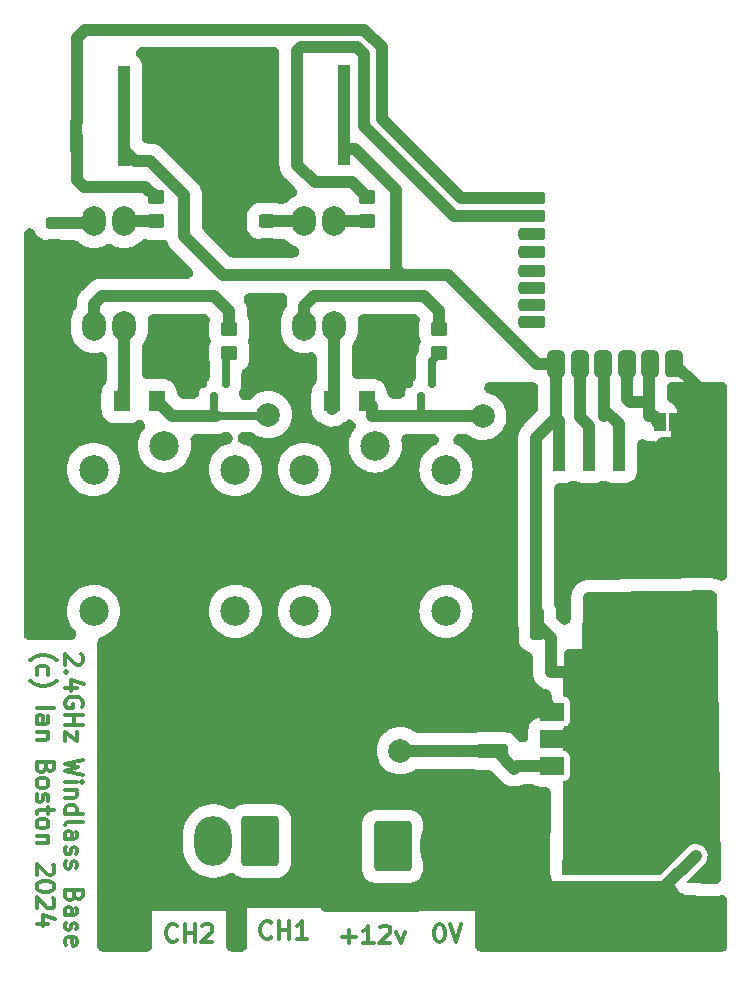
<source format=gbr>
G04 #@! TF.GenerationSoftware,KiCad,Pcbnew,7.0.7*
G04 #@! TF.CreationDate,2024-06-01T12:12:09+01:00*
G04 #@! TF.ProjectId,WindlassControl,57696e64-6c61-4737-9343-6f6e74726f6c,rev?*
G04 #@! TF.SameCoordinates,PX63add28PY7483a30*
G04 #@! TF.FileFunction,Copper,L1,Top*
G04 #@! TF.FilePolarity,Positive*
%FSLAX46Y46*%
G04 Gerber Fmt 4.6, Leading zero omitted, Abs format (unit mm)*
G04 Created by KiCad (PCBNEW 7.0.7) date 2024-06-01 12:12:09*
%MOMM*%
%LPD*%
G01*
G04 APERTURE LIST*
G04 Aperture macros list*
%AMRoundRect*
0 Rectangle with rounded corners*
0 $1 Rounding radius*
0 $2 $3 $4 $5 $6 $7 $8 $9 X,Y pos of 4 corners*
0 Add a 4 corners polygon primitive as box body*
4,1,4,$2,$3,$4,$5,$6,$7,$8,$9,$2,$3,0*
0 Add four circle primitives for the rounded corners*
1,1,$1+$1,$2,$3*
1,1,$1+$1,$4,$5*
1,1,$1+$1,$6,$7*
1,1,$1+$1,$8,$9*
0 Add four rect primitives between the rounded corners*
20,1,$1+$1,$2,$3,$4,$5,0*
20,1,$1+$1,$4,$5,$6,$7,0*
20,1,$1+$1,$6,$7,$8,$9,0*
20,1,$1+$1,$8,$9,$2,$3,0*%
G04 Aperture macros list end*
%ADD10C,0.300000*%
G04 #@! TA.AperFunction,NonConductor*
%ADD11C,0.300000*%
G04 #@! TD*
G04 #@! TA.AperFunction,SMDPad,CuDef*
%ADD12RoundRect,0.250000X0.325000X1.100000X-0.325000X1.100000X-0.325000X-1.100000X0.325000X-1.100000X0*%
G04 #@! TD*
G04 #@! TA.AperFunction,SMDPad,CuDef*
%ADD13R,1.000000X2.500000*%
G04 #@! TD*
G04 #@! TA.AperFunction,SMDPad,CuDef*
%ADD14R,2.000000X1.500000*%
G04 #@! TD*
G04 #@! TA.AperFunction,SMDPad,CuDef*
%ADD15R,2.000000X3.800000*%
G04 #@! TD*
G04 #@! TA.AperFunction,SMDPad,CuDef*
%ADD16RoundRect,0.250000X-0.450000X0.350000X-0.450000X-0.350000X0.450000X-0.350000X0.450000X0.350000X0*%
G04 #@! TD*
G04 #@! TA.AperFunction,ComponentPad*
%ADD17C,2.500000*%
G04 #@! TD*
G04 #@! TA.AperFunction,SMDPad,CuDef*
%ADD18R,1.000000X1.500000*%
G04 #@! TD*
G04 #@! TA.AperFunction,ComponentPad*
%ADD19RoundRect,0.250000X-1.330000X-1.850000X1.330000X-1.850000X1.330000X1.850000X-1.330000X1.850000X0*%
G04 #@! TD*
G04 #@! TA.AperFunction,ComponentPad*
%ADD20O,3.160000X4.200000*%
G04 #@! TD*
G04 #@! TA.AperFunction,SMDPad,CuDef*
%ADD21RoundRect,0.250000X0.450000X-0.325000X0.450000X0.325000X-0.450000X0.325000X-0.450000X-0.325000X0*%
G04 #@! TD*
G04 #@! TA.AperFunction,ComponentPad*
%ADD22O,2.000000X2.500000*%
G04 #@! TD*
G04 #@! TA.AperFunction,SMDPad,CuDef*
%ADD23RoundRect,0.250000X-0.893000X-0.250000X0.893000X-0.250000X0.893000X0.250000X-0.893000X0.250000X0*%
G04 #@! TD*
G04 #@! TA.AperFunction,SMDPad,CuDef*
%ADD24RoundRect,0.381000X0.381000X-0.762000X0.381000X0.762000X-0.381000X0.762000X-0.381000X-0.762000X0*%
G04 #@! TD*
G04 #@! TA.AperFunction,SMDPad,CuDef*
%ADD25R,1.000000X2.750000*%
G04 #@! TD*
G04 #@! TA.AperFunction,ComponentPad*
%ADD26RoundRect,0.250000X1.330000X1.850000X-1.330000X1.850000X-1.330000X-1.850000X1.330000X-1.850000X0*%
G04 #@! TD*
G04 #@! TA.AperFunction,SMDPad,CuDef*
%ADD27RoundRect,0.250001X-0.462499X-0.624999X0.462499X-0.624999X0.462499X0.624999X-0.462499X0.624999X0*%
G04 #@! TD*
G04 #@! TA.AperFunction,SMDPad,CuDef*
%ADD28RoundRect,0.243750X0.456250X-0.243750X0.456250X0.243750X-0.456250X0.243750X-0.456250X-0.243750X0*%
G04 #@! TD*
G04 #@! TA.AperFunction,SMDPad,CuDef*
%ADD29RoundRect,0.250000X1.100000X-0.325000X1.100000X0.325000X-1.100000X0.325000X-1.100000X-0.325000X0*%
G04 #@! TD*
G04 #@! TA.AperFunction,SMDPad,CuDef*
%ADD30RoundRect,0.150000X-0.150000X0.587500X-0.150000X-0.587500X0.150000X-0.587500X0.150000X0.587500X0*%
G04 #@! TD*
G04 #@! TA.AperFunction,ViaPad*
%ADD31C,2.000000*%
G04 #@! TD*
G04 #@! TA.AperFunction,Conductor*
%ADD32C,1.000000*%
G04 #@! TD*
G04 #@! TA.AperFunction,Conductor*
%ADD33C,0.700000*%
G04 #@! TD*
G04 APERTURE END LIST*
D10*
D11*
X12968653Y977029D02*
X12897225Y905600D01*
X12897225Y905600D02*
X12682939Y834172D01*
X12682939Y834172D02*
X12540082Y834172D01*
X12540082Y834172D02*
X12325796Y905600D01*
X12325796Y905600D02*
X12182939Y1048458D01*
X12182939Y1048458D02*
X12111510Y1191315D01*
X12111510Y1191315D02*
X12040082Y1477029D01*
X12040082Y1477029D02*
X12040082Y1691315D01*
X12040082Y1691315D02*
X12111510Y1977029D01*
X12111510Y1977029D02*
X12182939Y2119886D01*
X12182939Y2119886D02*
X12325796Y2262743D01*
X12325796Y2262743D02*
X12540082Y2334172D01*
X12540082Y2334172D02*
X12682939Y2334172D01*
X12682939Y2334172D02*
X12897225Y2262743D01*
X12897225Y2262743D02*
X12968653Y2191315D01*
X13611510Y834172D02*
X13611510Y2334172D01*
X13611510Y1619886D02*
X14468653Y1619886D01*
X14468653Y834172D02*
X14468653Y2334172D01*
X15111511Y2191315D02*
X15182939Y2262743D01*
X15182939Y2262743D02*
X15325797Y2334172D01*
X15325797Y2334172D02*
X15682939Y2334172D01*
X15682939Y2334172D02*
X15825797Y2262743D01*
X15825797Y2262743D02*
X15897225Y2191315D01*
X15897225Y2191315D02*
X15968654Y2048458D01*
X15968654Y2048458D02*
X15968654Y1905600D01*
X15968654Y1905600D02*
X15897225Y1691315D01*
X15897225Y1691315D02*
X15040082Y834172D01*
X15040082Y834172D02*
X15968654Y834172D01*
D10*
D11*
X4860314Y25170918D02*
X4931742Y25099490D01*
X4931742Y25099490D02*
X5003171Y24956632D01*
X5003171Y24956632D02*
X5003171Y24599490D01*
X5003171Y24599490D02*
X4931742Y24456632D01*
X4931742Y24456632D02*
X4860314Y24385204D01*
X4860314Y24385204D02*
X4717457Y24313775D01*
X4717457Y24313775D02*
X4574600Y24313775D01*
X4574600Y24313775D02*
X4360314Y24385204D01*
X4360314Y24385204D02*
X3503171Y25242347D01*
X3503171Y25242347D02*
X3503171Y24313775D01*
X3646028Y23670919D02*
X3574600Y23599490D01*
X3574600Y23599490D02*
X3503171Y23670919D01*
X3503171Y23670919D02*
X3574600Y23742347D01*
X3574600Y23742347D02*
X3646028Y23670919D01*
X3646028Y23670919D02*
X3503171Y23670919D01*
X4503171Y22313775D02*
X3503171Y22313775D01*
X5074600Y22670918D02*
X4003171Y23028061D01*
X4003171Y23028061D02*
X4003171Y22099490D01*
X4931742Y20742347D02*
X5003171Y20885204D01*
X5003171Y20885204D02*
X5003171Y21099490D01*
X5003171Y21099490D02*
X4931742Y21313776D01*
X4931742Y21313776D02*
X4788885Y21456633D01*
X4788885Y21456633D02*
X4646028Y21528062D01*
X4646028Y21528062D02*
X4360314Y21599490D01*
X4360314Y21599490D02*
X4146028Y21599490D01*
X4146028Y21599490D02*
X3860314Y21528062D01*
X3860314Y21528062D02*
X3717457Y21456633D01*
X3717457Y21456633D02*
X3574600Y21313776D01*
X3574600Y21313776D02*
X3503171Y21099490D01*
X3503171Y21099490D02*
X3503171Y20956633D01*
X3503171Y20956633D02*
X3574600Y20742347D01*
X3574600Y20742347D02*
X3646028Y20670919D01*
X3646028Y20670919D02*
X4146028Y20670919D01*
X4146028Y20670919D02*
X4146028Y20956633D01*
X3503171Y20028062D02*
X5003171Y20028062D01*
X4288885Y20028062D02*
X4288885Y19170919D01*
X3503171Y19170919D02*
X5003171Y19170919D01*
X4503171Y18599490D02*
X4503171Y17813775D01*
X4503171Y17813775D02*
X3503171Y18599490D01*
X3503171Y18599490D02*
X3503171Y17813775D01*
X5003171Y16242347D02*
X3503171Y15885204D01*
X3503171Y15885204D02*
X4574600Y15599490D01*
X4574600Y15599490D02*
X3503171Y15313775D01*
X3503171Y15313775D02*
X5003171Y14956632D01*
X3503171Y14385204D02*
X4503171Y14385204D01*
X5003171Y14385204D02*
X4931742Y14456632D01*
X4931742Y14456632D02*
X4860314Y14385204D01*
X4860314Y14385204D02*
X4931742Y14313775D01*
X4931742Y14313775D02*
X5003171Y14385204D01*
X5003171Y14385204D02*
X4860314Y14385204D01*
X4503171Y13670918D02*
X3503171Y13670918D01*
X4360314Y13670918D02*
X4431742Y13599489D01*
X4431742Y13599489D02*
X4503171Y13456632D01*
X4503171Y13456632D02*
X4503171Y13242346D01*
X4503171Y13242346D02*
X4431742Y13099489D01*
X4431742Y13099489D02*
X4288885Y13028060D01*
X4288885Y13028060D02*
X3503171Y13028060D01*
X3503171Y11670917D02*
X5003171Y11670917D01*
X3574600Y11670917D02*
X3503171Y11813775D01*
X3503171Y11813775D02*
X3503171Y12099489D01*
X3503171Y12099489D02*
X3574600Y12242346D01*
X3574600Y12242346D02*
X3646028Y12313775D01*
X3646028Y12313775D02*
X3788885Y12385203D01*
X3788885Y12385203D02*
X4217457Y12385203D01*
X4217457Y12385203D02*
X4360314Y12313775D01*
X4360314Y12313775D02*
X4431742Y12242346D01*
X4431742Y12242346D02*
X4503171Y12099489D01*
X4503171Y12099489D02*
X4503171Y11813775D01*
X4503171Y11813775D02*
X4431742Y11670917D01*
X3503171Y10742346D02*
X3574600Y10885203D01*
X3574600Y10885203D02*
X3717457Y10956632D01*
X3717457Y10956632D02*
X5003171Y10956632D01*
X3503171Y9528060D02*
X4288885Y9528060D01*
X4288885Y9528060D02*
X4431742Y9599489D01*
X4431742Y9599489D02*
X4503171Y9742346D01*
X4503171Y9742346D02*
X4503171Y10028060D01*
X4503171Y10028060D02*
X4431742Y10170918D01*
X3574600Y9528060D02*
X3503171Y9670918D01*
X3503171Y9670918D02*
X3503171Y10028060D01*
X3503171Y10028060D02*
X3574600Y10170918D01*
X3574600Y10170918D02*
X3717457Y10242346D01*
X3717457Y10242346D02*
X3860314Y10242346D01*
X3860314Y10242346D02*
X4003171Y10170918D01*
X4003171Y10170918D02*
X4074600Y10028060D01*
X4074600Y10028060D02*
X4074600Y9670918D01*
X4074600Y9670918D02*
X4146028Y9528060D01*
X3574600Y8885203D02*
X3503171Y8742346D01*
X3503171Y8742346D02*
X3503171Y8456632D01*
X3503171Y8456632D02*
X3574600Y8313775D01*
X3574600Y8313775D02*
X3717457Y8242346D01*
X3717457Y8242346D02*
X3788885Y8242346D01*
X3788885Y8242346D02*
X3931742Y8313775D01*
X3931742Y8313775D02*
X4003171Y8456632D01*
X4003171Y8456632D02*
X4003171Y8670917D01*
X4003171Y8670917D02*
X4074600Y8813775D01*
X4074600Y8813775D02*
X4217457Y8885203D01*
X4217457Y8885203D02*
X4288885Y8885203D01*
X4288885Y8885203D02*
X4431742Y8813775D01*
X4431742Y8813775D02*
X4503171Y8670917D01*
X4503171Y8670917D02*
X4503171Y8456632D01*
X4503171Y8456632D02*
X4431742Y8313775D01*
X3574600Y7670917D02*
X3503171Y7528060D01*
X3503171Y7528060D02*
X3503171Y7242346D01*
X3503171Y7242346D02*
X3574600Y7099489D01*
X3574600Y7099489D02*
X3717457Y7028060D01*
X3717457Y7028060D02*
X3788885Y7028060D01*
X3788885Y7028060D02*
X3931742Y7099489D01*
X3931742Y7099489D02*
X4003171Y7242346D01*
X4003171Y7242346D02*
X4003171Y7456631D01*
X4003171Y7456631D02*
X4074600Y7599489D01*
X4074600Y7599489D02*
X4217457Y7670917D01*
X4217457Y7670917D02*
X4288885Y7670917D01*
X4288885Y7670917D02*
X4431742Y7599489D01*
X4431742Y7599489D02*
X4503171Y7456631D01*
X4503171Y7456631D02*
X4503171Y7242346D01*
X4503171Y7242346D02*
X4431742Y7099489D01*
X4288885Y4742346D02*
X4217457Y4528060D01*
X4217457Y4528060D02*
X4146028Y4456631D01*
X4146028Y4456631D02*
X4003171Y4385203D01*
X4003171Y4385203D02*
X3788885Y4385203D01*
X3788885Y4385203D02*
X3646028Y4456631D01*
X3646028Y4456631D02*
X3574600Y4528060D01*
X3574600Y4528060D02*
X3503171Y4670917D01*
X3503171Y4670917D02*
X3503171Y5242346D01*
X3503171Y5242346D02*
X5003171Y5242346D01*
X5003171Y5242346D02*
X5003171Y4742346D01*
X5003171Y4742346D02*
X4931742Y4599488D01*
X4931742Y4599488D02*
X4860314Y4528060D01*
X4860314Y4528060D02*
X4717457Y4456631D01*
X4717457Y4456631D02*
X4574600Y4456631D01*
X4574600Y4456631D02*
X4431742Y4528060D01*
X4431742Y4528060D02*
X4360314Y4599488D01*
X4360314Y4599488D02*
X4288885Y4742346D01*
X4288885Y4742346D02*
X4288885Y5242346D01*
X3503171Y3099488D02*
X4288885Y3099488D01*
X4288885Y3099488D02*
X4431742Y3170917D01*
X4431742Y3170917D02*
X4503171Y3313774D01*
X4503171Y3313774D02*
X4503171Y3599488D01*
X4503171Y3599488D02*
X4431742Y3742346D01*
X3574600Y3099488D02*
X3503171Y3242346D01*
X3503171Y3242346D02*
X3503171Y3599488D01*
X3503171Y3599488D02*
X3574600Y3742346D01*
X3574600Y3742346D02*
X3717457Y3813774D01*
X3717457Y3813774D02*
X3860314Y3813774D01*
X3860314Y3813774D02*
X4003171Y3742346D01*
X4003171Y3742346D02*
X4074600Y3599488D01*
X4074600Y3599488D02*
X4074600Y3242346D01*
X4074600Y3242346D02*
X4146028Y3099488D01*
X3574600Y2456631D02*
X3503171Y2313774D01*
X3503171Y2313774D02*
X3503171Y2028060D01*
X3503171Y2028060D02*
X3574600Y1885203D01*
X3574600Y1885203D02*
X3717457Y1813774D01*
X3717457Y1813774D02*
X3788885Y1813774D01*
X3788885Y1813774D02*
X3931742Y1885203D01*
X3931742Y1885203D02*
X4003171Y2028060D01*
X4003171Y2028060D02*
X4003171Y2242345D01*
X4003171Y2242345D02*
X4074600Y2385203D01*
X4074600Y2385203D02*
X4217457Y2456631D01*
X4217457Y2456631D02*
X4288885Y2456631D01*
X4288885Y2456631D02*
X4431742Y2385203D01*
X4431742Y2385203D02*
X4503171Y2242345D01*
X4503171Y2242345D02*
X4503171Y2028060D01*
X4503171Y2028060D02*
X4431742Y1885203D01*
X3574600Y599488D02*
X3503171Y742345D01*
X3503171Y742345D02*
X3503171Y1028059D01*
X3503171Y1028059D02*
X3574600Y1170917D01*
X3574600Y1170917D02*
X3717457Y1242345D01*
X3717457Y1242345D02*
X4288885Y1242345D01*
X4288885Y1242345D02*
X4431742Y1170917D01*
X4431742Y1170917D02*
X4503171Y1028059D01*
X4503171Y1028059D02*
X4503171Y742345D01*
X4503171Y742345D02*
X4431742Y599488D01*
X4431742Y599488D02*
X4288885Y528059D01*
X4288885Y528059D02*
X4146028Y528059D01*
X4146028Y528059D02*
X4003171Y1242345D01*
X516742Y24670918D02*
X588171Y24742347D01*
X588171Y24742347D02*
X802457Y24885204D01*
X802457Y24885204D02*
X945314Y24956632D01*
X945314Y24956632D02*
X1159600Y25028061D01*
X1159600Y25028061D02*
X1516742Y25099490D01*
X1516742Y25099490D02*
X1802457Y25099490D01*
X1802457Y25099490D02*
X2159600Y25028061D01*
X2159600Y25028061D02*
X2373885Y24956632D01*
X2373885Y24956632D02*
X2516742Y24885204D01*
X2516742Y24885204D02*
X2731028Y24742347D01*
X2731028Y24742347D02*
X2802457Y24670918D01*
X1159600Y23456632D02*
X1088171Y23599490D01*
X1088171Y23599490D02*
X1088171Y23885204D01*
X1088171Y23885204D02*
X1159600Y24028061D01*
X1159600Y24028061D02*
X1231028Y24099490D01*
X1231028Y24099490D02*
X1373885Y24170918D01*
X1373885Y24170918D02*
X1802457Y24170918D01*
X1802457Y24170918D02*
X1945314Y24099490D01*
X1945314Y24099490D02*
X2016742Y24028061D01*
X2016742Y24028061D02*
X2088171Y23885204D01*
X2088171Y23885204D02*
X2088171Y23599490D01*
X2088171Y23599490D02*
X2016742Y23456632D01*
X516742Y22956633D02*
X588171Y22885204D01*
X588171Y22885204D02*
X802457Y22742347D01*
X802457Y22742347D02*
X945314Y22670918D01*
X945314Y22670918D02*
X1159600Y22599490D01*
X1159600Y22599490D02*
X1516742Y22528061D01*
X1516742Y22528061D02*
X1802457Y22528061D01*
X1802457Y22528061D02*
X2159600Y22599490D01*
X2159600Y22599490D02*
X2373885Y22670918D01*
X2373885Y22670918D02*
X2516742Y22742347D01*
X2516742Y22742347D02*
X2731028Y22885204D01*
X2731028Y22885204D02*
X2802457Y22956633D01*
X1088171Y20670919D02*
X2588171Y20670919D01*
X1088171Y19313775D02*
X1873885Y19313775D01*
X1873885Y19313775D02*
X2016742Y19385204D01*
X2016742Y19385204D02*
X2088171Y19528061D01*
X2088171Y19528061D02*
X2088171Y19813775D01*
X2088171Y19813775D02*
X2016742Y19956633D01*
X1159600Y19313775D02*
X1088171Y19456633D01*
X1088171Y19456633D02*
X1088171Y19813775D01*
X1088171Y19813775D02*
X1159600Y19956633D01*
X1159600Y19956633D02*
X1302457Y20028061D01*
X1302457Y20028061D02*
X1445314Y20028061D01*
X1445314Y20028061D02*
X1588171Y19956633D01*
X1588171Y19956633D02*
X1659600Y19813775D01*
X1659600Y19813775D02*
X1659600Y19456633D01*
X1659600Y19456633D02*
X1731028Y19313775D01*
X2088171Y18599490D02*
X1088171Y18599490D01*
X1945314Y18599490D02*
X2016742Y18528061D01*
X2016742Y18528061D02*
X2088171Y18385204D01*
X2088171Y18385204D02*
X2088171Y18170918D01*
X2088171Y18170918D02*
X2016742Y18028061D01*
X2016742Y18028061D02*
X1873885Y17956632D01*
X1873885Y17956632D02*
X1088171Y17956632D01*
X1873885Y15599490D02*
X1802457Y15385204D01*
X1802457Y15385204D02*
X1731028Y15313775D01*
X1731028Y15313775D02*
X1588171Y15242347D01*
X1588171Y15242347D02*
X1373885Y15242347D01*
X1373885Y15242347D02*
X1231028Y15313775D01*
X1231028Y15313775D02*
X1159600Y15385204D01*
X1159600Y15385204D02*
X1088171Y15528061D01*
X1088171Y15528061D02*
X1088171Y16099490D01*
X1088171Y16099490D02*
X2588171Y16099490D01*
X2588171Y16099490D02*
X2588171Y15599490D01*
X2588171Y15599490D02*
X2516742Y15456632D01*
X2516742Y15456632D02*
X2445314Y15385204D01*
X2445314Y15385204D02*
X2302457Y15313775D01*
X2302457Y15313775D02*
X2159600Y15313775D01*
X2159600Y15313775D02*
X2016742Y15385204D01*
X2016742Y15385204D02*
X1945314Y15456632D01*
X1945314Y15456632D02*
X1873885Y15599490D01*
X1873885Y15599490D02*
X1873885Y16099490D01*
X1088171Y14385204D02*
X1159600Y14528061D01*
X1159600Y14528061D02*
X1231028Y14599490D01*
X1231028Y14599490D02*
X1373885Y14670918D01*
X1373885Y14670918D02*
X1802457Y14670918D01*
X1802457Y14670918D02*
X1945314Y14599490D01*
X1945314Y14599490D02*
X2016742Y14528061D01*
X2016742Y14528061D02*
X2088171Y14385204D01*
X2088171Y14385204D02*
X2088171Y14170918D01*
X2088171Y14170918D02*
X2016742Y14028061D01*
X2016742Y14028061D02*
X1945314Y13956632D01*
X1945314Y13956632D02*
X1802457Y13885204D01*
X1802457Y13885204D02*
X1373885Y13885204D01*
X1373885Y13885204D02*
X1231028Y13956632D01*
X1231028Y13956632D02*
X1159600Y14028061D01*
X1159600Y14028061D02*
X1088171Y14170918D01*
X1088171Y14170918D02*
X1088171Y14385204D01*
X1159600Y13313775D02*
X1088171Y13170918D01*
X1088171Y13170918D02*
X1088171Y12885204D01*
X1088171Y12885204D02*
X1159600Y12742347D01*
X1159600Y12742347D02*
X1302457Y12670918D01*
X1302457Y12670918D02*
X1373885Y12670918D01*
X1373885Y12670918D02*
X1516742Y12742347D01*
X1516742Y12742347D02*
X1588171Y12885204D01*
X1588171Y12885204D02*
X1588171Y13099489D01*
X1588171Y13099489D02*
X1659600Y13242347D01*
X1659600Y13242347D02*
X1802457Y13313775D01*
X1802457Y13313775D02*
X1873885Y13313775D01*
X1873885Y13313775D02*
X2016742Y13242347D01*
X2016742Y13242347D02*
X2088171Y13099489D01*
X2088171Y13099489D02*
X2088171Y12885204D01*
X2088171Y12885204D02*
X2016742Y12742347D01*
X2088171Y12242346D02*
X2088171Y11670918D01*
X2588171Y12028061D02*
X1302457Y12028061D01*
X1302457Y12028061D02*
X1159600Y11956632D01*
X1159600Y11956632D02*
X1088171Y11813775D01*
X1088171Y11813775D02*
X1088171Y11670918D01*
X1088171Y10956632D02*
X1159600Y11099489D01*
X1159600Y11099489D02*
X1231028Y11170918D01*
X1231028Y11170918D02*
X1373885Y11242346D01*
X1373885Y11242346D02*
X1802457Y11242346D01*
X1802457Y11242346D02*
X1945314Y11170918D01*
X1945314Y11170918D02*
X2016742Y11099489D01*
X2016742Y11099489D02*
X2088171Y10956632D01*
X2088171Y10956632D02*
X2088171Y10742346D01*
X2088171Y10742346D02*
X2016742Y10599489D01*
X2016742Y10599489D02*
X1945314Y10528060D01*
X1945314Y10528060D02*
X1802457Y10456632D01*
X1802457Y10456632D02*
X1373885Y10456632D01*
X1373885Y10456632D02*
X1231028Y10528060D01*
X1231028Y10528060D02*
X1159600Y10599489D01*
X1159600Y10599489D02*
X1088171Y10742346D01*
X1088171Y10742346D02*
X1088171Y10956632D01*
X2088171Y9813775D02*
X1088171Y9813775D01*
X1945314Y9813775D02*
X2016742Y9742346D01*
X2016742Y9742346D02*
X2088171Y9599489D01*
X2088171Y9599489D02*
X2088171Y9385203D01*
X2088171Y9385203D02*
X2016742Y9242346D01*
X2016742Y9242346D02*
X1873885Y9170917D01*
X1873885Y9170917D02*
X1088171Y9170917D01*
X2445314Y7385203D02*
X2516742Y7313775D01*
X2516742Y7313775D02*
X2588171Y7170917D01*
X2588171Y7170917D02*
X2588171Y6813775D01*
X2588171Y6813775D02*
X2516742Y6670917D01*
X2516742Y6670917D02*
X2445314Y6599489D01*
X2445314Y6599489D02*
X2302457Y6528060D01*
X2302457Y6528060D02*
X2159600Y6528060D01*
X2159600Y6528060D02*
X1945314Y6599489D01*
X1945314Y6599489D02*
X1088171Y7456632D01*
X1088171Y7456632D02*
X1088171Y6528060D01*
X2588171Y5599489D02*
X2588171Y5456632D01*
X2588171Y5456632D02*
X2516742Y5313775D01*
X2516742Y5313775D02*
X2445314Y5242346D01*
X2445314Y5242346D02*
X2302457Y5170918D01*
X2302457Y5170918D02*
X2016742Y5099489D01*
X2016742Y5099489D02*
X1659600Y5099489D01*
X1659600Y5099489D02*
X1373885Y5170918D01*
X1373885Y5170918D02*
X1231028Y5242346D01*
X1231028Y5242346D02*
X1159600Y5313775D01*
X1159600Y5313775D02*
X1088171Y5456632D01*
X1088171Y5456632D02*
X1088171Y5599489D01*
X1088171Y5599489D02*
X1159600Y5742346D01*
X1159600Y5742346D02*
X1231028Y5813775D01*
X1231028Y5813775D02*
X1373885Y5885204D01*
X1373885Y5885204D02*
X1659600Y5956632D01*
X1659600Y5956632D02*
X2016742Y5956632D01*
X2016742Y5956632D02*
X2302457Y5885204D01*
X2302457Y5885204D02*
X2445314Y5813775D01*
X2445314Y5813775D02*
X2516742Y5742346D01*
X2516742Y5742346D02*
X2588171Y5599489D01*
X2445314Y4528061D02*
X2516742Y4456633D01*
X2516742Y4456633D02*
X2588171Y4313775D01*
X2588171Y4313775D02*
X2588171Y3956633D01*
X2588171Y3956633D02*
X2516742Y3813775D01*
X2516742Y3813775D02*
X2445314Y3742347D01*
X2445314Y3742347D02*
X2302457Y3670918D01*
X2302457Y3670918D02*
X2159600Y3670918D01*
X2159600Y3670918D02*
X1945314Y3742347D01*
X1945314Y3742347D02*
X1088171Y4599490D01*
X1088171Y4599490D02*
X1088171Y3670918D01*
X2088171Y2385204D02*
X1088171Y2385204D01*
X2659600Y2742347D02*
X1588171Y3099490D01*
X1588171Y3099490D02*
X1588171Y2170919D01*
D10*
D11*
X26970510Y1278600D02*
X28113368Y1278600D01*
X27541939Y707172D02*
X27541939Y1850029D01*
X29613368Y707172D02*
X28756225Y707172D01*
X29184796Y707172D02*
X29184796Y2207172D01*
X29184796Y2207172D02*
X29041939Y1992886D01*
X29041939Y1992886D02*
X28899082Y1850029D01*
X28899082Y1850029D02*
X28756225Y1778600D01*
X30184796Y2064315D02*
X30256224Y2135743D01*
X30256224Y2135743D02*
X30399082Y2207172D01*
X30399082Y2207172D02*
X30756224Y2207172D01*
X30756224Y2207172D02*
X30899082Y2135743D01*
X30899082Y2135743D02*
X30970510Y2064315D01*
X30970510Y2064315D02*
X31041939Y1921458D01*
X31041939Y1921458D02*
X31041939Y1778600D01*
X31041939Y1778600D02*
X30970510Y1564315D01*
X30970510Y1564315D02*
X30113367Y707172D01*
X30113367Y707172D02*
X31041939Y707172D01*
X31541938Y1707172D02*
X31899081Y707172D01*
X31899081Y707172D02*
X32256224Y1707172D01*
D10*
D11*
X35130225Y2334172D02*
X35273082Y2334172D01*
X35273082Y2334172D02*
X35415939Y2262743D01*
X35415939Y2262743D02*
X35487368Y2191315D01*
X35487368Y2191315D02*
X35558796Y2048458D01*
X35558796Y2048458D02*
X35630225Y1762743D01*
X35630225Y1762743D02*
X35630225Y1405600D01*
X35630225Y1405600D02*
X35558796Y1119886D01*
X35558796Y1119886D02*
X35487368Y977029D01*
X35487368Y977029D02*
X35415939Y905600D01*
X35415939Y905600D02*
X35273082Y834172D01*
X35273082Y834172D02*
X35130225Y834172D01*
X35130225Y834172D02*
X34987368Y905600D01*
X34987368Y905600D02*
X34915939Y977029D01*
X34915939Y977029D02*
X34844510Y1119886D01*
X34844510Y1119886D02*
X34773082Y1405600D01*
X34773082Y1405600D02*
X34773082Y1762743D01*
X34773082Y1762743D02*
X34844510Y2048458D01*
X34844510Y2048458D02*
X34915939Y2191315D01*
X34915939Y2191315D02*
X34987368Y2262743D01*
X34987368Y2262743D02*
X35130225Y2334172D01*
X36058796Y2334172D02*
X36558796Y834172D01*
X36558796Y834172D02*
X37058796Y2334172D01*
D10*
D11*
X20969653Y1231029D02*
X20898225Y1159600D01*
X20898225Y1159600D02*
X20683939Y1088172D01*
X20683939Y1088172D02*
X20541082Y1088172D01*
X20541082Y1088172D02*
X20326796Y1159600D01*
X20326796Y1159600D02*
X20183939Y1302458D01*
X20183939Y1302458D02*
X20112510Y1445315D01*
X20112510Y1445315D02*
X20041082Y1731029D01*
X20041082Y1731029D02*
X20041082Y1945315D01*
X20041082Y1945315D02*
X20112510Y2231029D01*
X20112510Y2231029D02*
X20183939Y2373886D01*
X20183939Y2373886D02*
X20326796Y2516743D01*
X20326796Y2516743D02*
X20541082Y2588172D01*
X20541082Y2588172D02*
X20683939Y2588172D01*
X20683939Y2588172D02*
X20898225Y2516743D01*
X20898225Y2516743D02*
X20969653Y2445315D01*
X21612510Y1088172D02*
X21612510Y2588172D01*
X21612510Y1873886D02*
X22469653Y1873886D01*
X22469653Y1088172D02*
X22469653Y2588172D01*
X23969654Y1088172D02*
X23112511Y1088172D01*
X23541082Y1088172D02*
X23541082Y2588172D01*
X23541082Y2588172D02*
X23398225Y2373886D01*
X23398225Y2373886D02*
X23255368Y2231029D01*
X23255368Y2231029D02*
X23112511Y2159600D01*
D12*
G04 #@! TO.P,C2,1*
G04 #@! TO.N,+3V3*
X43461200Y27711400D03*
G04 #@! TO.P,C2,2*
G04 #@! TO.N,GND*
X40511200Y27711400D03*
G04 #@! TD*
D13*
G04 #@! TO.P,J2,1,Pin_1*
G04 #@! TO.N,GND*
X52933600Y41935400D03*
G04 #@! TO.P,J2,2,Pin_2*
G04 #@! TO.N,Net-(J2-Pin_2)*
X50393600Y41935400D03*
G04 #@! TO.P,J2,3,Pin_3*
G04 #@! TO.N,Net-(J2-Pin_3)*
X47853600Y41935400D03*
G04 #@! TO.P,J2,4,Pin_4*
G04 #@! TO.N,+3V3*
X45313600Y41935400D03*
G04 #@! TD*
D14*
G04 #@! TO.P,U6,1,GND*
G04 #@! TO.N,GND*
X44729000Y20334000D03*
G04 #@! TO.P,U6,2,VO*
G04 #@! TO.N,+3V3*
X44729000Y18034000D03*
D15*
X51029000Y18034000D03*
D14*
G04 #@! TO.P,U6,3,VI*
G04 #@! TO.N,+12V*
X44729000Y15734000D03*
G04 #@! TD*
D16*
G04 #@! TO.P,R2,1*
G04 #@! TO.N,Net-(R2-Pad1)*
X35179000Y52689000D03*
G04 #@! TO.P,R2,2*
G04 #@! TO.N,Net-(Q1-B)*
X35179000Y50689000D03*
G04 #@! TD*
D17*
G04 #@! TO.P,U4,1,nc*
G04 #@! TO.N,unconnected-(U4-nc-Pad1)*
X35749000Y28829000D03*
G04 #@! TO.P,U4,2,no*
G04 #@! TO.N,OP1*
X23749000Y28829000D03*
G04 #@! TO.P,U4,3,coil+*
G04 #@! TO.N,Net-(D2-A)*
X35749000Y40829000D03*
G04 #@! TO.P,U4,4,sw*
G04 #@! TO.N,+12V*
X29749000Y42829000D03*
G04 #@! TO.P,U4,5,c+*
X23749000Y40829000D03*
G04 #@! TD*
D18*
G04 #@! TO.P,JP2,1,1*
G04 #@! TO.N,GND*
X55133000Y44831000D03*
G04 #@! TO.P,JP2,2,2*
G04 #@! TO.N,Net-(U2-CS)*
X53833000Y44831000D03*
G04 #@! TD*
D16*
G04 #@! TO.P,R1,1*
G04 #@! TO.N,CH1*
X29083000Y63865000D03*
G04 #@! TO.P,R1,2*
G04 #@! TO.N,Net-(R1-Pad2)*
X29083000Y61865000D03*
G04 #@! TD*
D19*
G04 #@! TO.P,CON2,1,Pin_1*
G04 #@! TO.N,+12V*
X31219000Y8919000D03*
D20*
G04 #@! TO.P,CON2,2,Pin_2*
G04 #@! TO.N,GND*
X35179000Y8919000D03*
G04 #@! TD*
D21*
G04 #@! TO.P,D1,1,K*
G04 #@! TO.N,GND*
X20574000Y59808000D03*
G04 #@! TO.P,D1,2,A*
G04 #@! TO.N,Net-(D1-A)*
X20574000Y61858000D03*
G04 #@! TD*
D22*
G04 #@! TO.P,U1,1*
G04 #@! TO.N,Net-(R1-Pad2)*
X26289000Y61849000D03*
G04 #@! TO.P,U1,2*
G04 #@! TO.N,Net-(D1-A)*
X23749000Y61849000D03*
G04 #@! TO.P,U1,3*
G04 #@! TO.N,Net-(R2-Pad1)*
X23749000Y52959000D03*
G04 #@! TO.P,U1,4*
G04 #@! TO.N,+12V*
X26289000Y52959000D03*
G04 #@! TD*
D23*
G04 #@! TO.P,U2,1,GPIO1*
G04 #@! TO.N,CH2*
X43054000Y63784000D03*
G04 #@! TO.P,U2,2,GPIO2*
G04 #@! TO.N,CH1*
X43054000Y62284000D03*
G04 #@! TO.P,U2,3,GPIO3*
G04 #@! TO.N,unconnected-(U2-GPIO3-Pad3)*
X43054000Y60784000D03*
G04 #@! TO.P,U2,4,GPIO4*
G04 #@! TO.N,unconnected-(U2-GPIO4-Pad4)*
X43054000Y59284000D03*
G04 #@! TO.P,U2,5,GPIO5*
G04 #@! TO.N,unconnected-(U2-GPIO5-Pad5)*
X43044000Y57674000D03*
G04 #@! TO.P,U2,6,GPIO6*
G04 #@! TO.N,unconnected-(U2-GPIO6-Pad6)*
X43054000Y56204000D03*
G04 #@! TO.P,U2,7,GPIO7*
G04 #@! TO.N,unconnected-(U2-GPIO7-Pad7)*
X43054000Y54784000D03*
G04 #@! TO.P,U2,8,GPIO8*
G04 #@! TO.N,unconnected-(U2-GPIO8-Pad8)*
X43054000Y53284000D03*
D24*
G04 #@! TO.P,U2,9,Vcc*
G04 #@! TO.N,+3V3*
X45054000Y49784000D03*
G04 #@! TO.P,U2,10,RXD*
G04 #@! TO.N,Net-(J2-Pin_3)*
X47054000Y49784000D03*
G04 #@! TO.P,U2,11,TXD*
G04 #@! TO.N,Net-(J2-Pin_2)*
X49054000Y49784000D03*
G04 #@! TO.P,U2,12,Set*
G04 #@! TO.N,Net-(U2-CS)*
X51054000Y49784000D03*
G04 #@! TO.P,U2,13,CS*
X53054000Y49784000D03*
G04 #@! TO.P,U2,14,GND*
G04 #@! TO.N,GND*
X55054000Y49784000D03*
G04 #@! TD*
D25*
G04 #@! TO.P,SW1,1,1*
G04 #@! TO.N,CH2*
X4477000Y67859000D03*
X4477000Y73619000D03*
G04 #@! TO.P,SW1,2,2*
G04 #@! TO.N,+3V3*
X8477000Y67859000D03*
X8477000Y73619000D03*
G04 #@! TD*
D26*
G04 #@! TO.P,CON1,1,Pin_1*
G04 #@! TO.N,OP1*
X20014000Y9369000D03*
D20*
G04 #@! TO.P,CON1,2,Pin_2*
G04 #@! TO.N,OP2*
X16054000Y9369000D03*
G04 #@! TD*
D27*
G04 #@! TO.P,D4,1,K*
G04 #@! TO.N,+12V*
X8291500Y46609000D03*
G04 #@! TO.P,D4,2,A*
G04 #@! TO.N,Net-(D4-A)*
X11266500Y46609000D03*
G04 #@! TD*
D16*
G04 #@! TO.P,R4,1*
G04 #@! TO.N,Net-(R4-Pad1)*
X17399000Y52689000D03*
G04 #@! TO.P,R4,2*
G04 #@! TO.N,Net-(Q2-B)*
X17399000Y50689000D03*
G04 #@! TD*
D28*
G04 #@! TO.P,D3,1,K*
G04 #@! TO.N,GND*
X2540000Y59847000D03*
G04 #@! TO.P,D3,2,A*
G04 #@! TO.N,Net-(D3-A)*
X2540000Y61722000D03*
G04 #@! TD*
D27*
G04 #@! TO.P,D2,1,K*
G04 #@! TO.N,+12V*
X26071500Y46609000D03*
G04 #@! TO.P,D2,2,A*
G04 #@! TO.N,Net-(D2-A)*
X29046500Y46609000D03*
G04 #@! TD*
D16*
G04 #@! TO.P,R3,1*
G04 #@! TO.N,CH2*
X11176000Y63881000D03*
G04 #@! TO.P,R3,2*
G04 #@! TO.N,Net-(R3-Pad2)*
X11176000Y61881000D03*
G04 #@! TD*
D29*
G04 #@! TO.P,C1,1*
G04 #@! TO.N,+12V*
X39624000Y16989000D03*
G04 #@! TO.P,C1,2*
G04 #@! TO.N,GND*
X39624000Y19939000D03*
G04 #@! TD*
D30*
G04 #@! TO.P,Q2,1,B*
G04 #@! TO.N,Net-(Q2-B)*
X17079000Y48484000D03*
G04 #@! TO.P,Q2,2,E*
G04 #@! TO.N,GND*
X15179000Y48484000D03*
G04 #@! TO.P,Q2,3,C*
G04 #@! TO.N,Net-(D4-A)*
X16129000Y46609000D03*
G04 #@! TD*
D22*
G04 #@! TO.P,U3,1*
G04 #@! TO.N,Net-(R3-Pad2)*
X8509000Y61849000D03*
G04 #@! TO.P,U3,2*
G04 #@! TO.N,Net-(D3-A)*
X5969000Y61849000D03*
G04 #@! TO.P,U3,3*
G04 #@! TO.N,Net-(R4-Pad1)*
X5969000Y52959000D03*
G04 #@! TO.P,U3,4*
G04 #@! TO.N,+12V*
X8509000Y52959000D03*
G04 #@! TD*
D17*
G04 #@! TO.P,U7,1,nc*
G04 #@! TO.N,unconnected-(U7-nc-Pad1)*
X17907000Y28829000D03*
G04 #@! TO.P,U7,2,no*
G04 #@! TO.N,OP2*
X5907000Y28829000D03*
G04 #@! TO.P,U7,3,coil+*
G04 #@! TO.N,Net-(D4-A)*
X17907000Y40829000D03*
G04 #@! TO.P,U7,4,sw*
G04 #@! TO.N,+12V*
X11907000Y42829000D03*
G04 #@! TO.P,U7,5,c+*
X5907000Y40829000D03*
G04 #@! TD*
D30*
G04 #@! TO.P,Q1,1,B*
G04 #@! TO.N,Net-(Q1-B)*
X34544000Y48514000D03*
G04 #@! TO.P,Q1,2,E*
G04 #@! TO.N,GND*
X32644000Y48514000D03*
G04 #@! TO.P,Q1,3,C*
G04 #@! TO.N,Net-(D2-A)*
X33594000Y46639000D03*
G04 #@! TD*
D25*
G04 #@! TO.P,SW5,1,1*
G04 #@! TO.N,CH1*
X23146000Y67986000D03*
X23146000Y73746000D03*
G04 #@! TO.P,SW5,2,2*
G04 #@! TO.N,+3V3*
X27146000Y67986000D03*
X27146000Y73746000D03*
G04 #@! TD*
D31*
G04 #@! TO.N,GND*
X56515000Y41503600D03*
G04 #@! TO.N,+12V*
X31877000Y17018000D03*
G04 #@! TO.N,GND*
X13335000Y51943000D03*
X16764000Y61214000D03*
X2540000Y56769000D03*
X35306000Y19939000D03*
X30353000Y51816000D03*
G04 #@! TO.N,Net-(D2-A)*
X38862000Y45339000D03*
G04 #@! TO.N,Net-(D4-A)*
X20701000Y45466000D03*
G04 #@! TD*
D32*
G04 #@! TO.N,Net-(U2-CS)*
X52959000Y45339000D02*
X52959000Y46507400D01*
X52959000Y46507400D02*
X52959000Y49689000D01*
X51054000Y49784000D02*
X51054000Y46761400D01*
X51054000Y46761400D02*
X51308000Y46507400D01*
X51308000Y46507400D02*
X52959000Y46507400D01*
G04 #@! TO.N,GND*
X56083200Y41935400D02*
X56515000Y41503600D01*
X52933600Y41935400D02*
X56083200Y41935400D01*
G04 #@! TO.N,+3V3*
X43461200Y27711400D02*
X43357800Y27814800D01*
X43357800Y27814800D02*
X43357800Y43495160D01*
X43357800Y43495160D02*
X45054000Y45191360D01*
X48590200Y23672800D02*
X44602400Y23672800D01*
X44602400Y23672800D02*
X44602400Y26570200D01*
X51029000Y21234000D02*
X48590200Y23672800D01*
X44602400Y26570200D02*
X43461200Y27711400D01*
G04 #@! TO.N,GND*
X39624000Y19939000D02*
X39624000Y26824200D01*
X39624000Y26824200D02*
X40511200Y27711400D01*
X54079200Y43081000D02*
X55333000Y43081000D01*
X56896000Y47942000D02*
X55054000Y49784000D01*
X55333000Y43081000D02*
X55333000Y44958000D01*
X55333000Y44958000D02*
X56896000Y44958000D01*
X52933600Y41935400D02*
X54079200Y43081000D01*
X56896000Y44958000D02*
X56896000Y47942000D01*
G04 #@! TO.N,+3V3*
X45313600Y41935400D02*
X45313600Y44931760D01*
X45313600Y44931760D02*
X45054000Y45191360D01*
G04 #@! TO.N,Net-(J2-Pin_3)*
X47853600Y41935400D02*
X47853600Y44513080D01*
X47853600Y44513080D02*
X47054000Y45312680D01*
G04 #@! TO.N,Net-(J2-Pin_2)*
X50393600Y44653200D02*
X49149000Y45897800D01*
X49149000Y45897800D02*
X49149000Y49689000D01*
X50393600Y44653200D02*
X50393600Y41935400D01*
X49149000Y45339000D02*
X49149000Y45897800D01*
G04 #@! TO.N,+12V*
X40034000Y16989000D02*
X41529000Y15494000D01*
X31906000Y16989000D02*
X31877000Y17018000D01*
X8509000Y52959000D02*
X8509000Y47461500D01*
X26289000Y52959000D02*
X26289000Y46191500D01*
X8509000Y47461500D02*
X8291500Y47244000D01*
X39624000Y16989000D02*
X40034000Y16989000D01*
X41529000Y15494000D02*
X41769000Y15734000D01*
X39624000Y16989000D02*
X31906000Y16989000D01*
X26289000Y46191500D02*
X26071500Y45974000D01*
X41769000Y15734000D02*
X44729000Y15734000D01*
G04 #@! TO.N,GND*
X37084000Y19939000D02*
X39624000Y19939000D01*
X18170000Y59808000D02*
X16764000Y61214000D01*
X40019000Y20334000D02*
X39624000Y19939000D01*
X44729000Y20334000D02*
X40019000Y20334000D01*
X56896000Y8128000D02*
X54229000Y5461000D01*
X39751000Y5461000D02*
X36293000Y8919000D01*
D33*
X31877000Y48514000D02*
X30353000Y50038000D01*
D32*
X36293000Y8919000D02*
X35179000Y8919000D01*
D33*
X15179000Y48484000D02*
X15143000Y48484000D01*
D32*
X20574000Y59808000D02*
X18170000Y59808000D01*
D33*
X15143000Y48484000D02*
X13335000Y50292000D01*
D32*
X2540000Y59847000D02*
X2540000Y56769000D01*
X30353000Y50038000D02*
X30353000Y51816000D01*
X13335000Y51943000D02*
X13335000Y50292000D01*
X37084000Y19939000D02*
X35306000Y19939000D01*
D33*
X15179000Y48484000D02*
X15179000Y49591000D01*
X32644000Y48514000D02*
X31877000Y48514000D01*
D32*
X54229000Y5461000D02*
X39751000Y5461000D01*
G04 #@! TO.N,+3V3*
X28026000Y67986000D02*
X27146000Y67986000D01*
X32004000Y57277000D02*
X31496000Y57785000D01*
X44729000Y18034000D02*
X51029000Y18034000D01*
X16891000Y57277000D02*
X13589000Y60579000D01*
X45054000Y49784000D02*
X43434000Y49784000D01*
X8477000Y73619000D02*
X8477000Y67859000D01*
X13589000Y60579000D02*
X13589000Y64035767D01*
X31496000Y64516000D02*
X28026000Y67986000D01*
X51029000Y21234000D02*
X51029000Y18034000D01*
X27146000Y67986000D02*
X27146000Y73746000D01*
X35941000Y57277000D02*
X32004000Y57277000D01*
X10695767Y66929000D02*
X9407000Y66929000D01*
X32004000Y57277000D02*
X16891000Y57277000D01*
X13589000Y64035767D02*
X10695767Y66929000D01*
X43434000Y49784000D02*
X35941000Y57277000D01*
X45054000Y45191360D02*
X45054000Y49784000D01*
X9407000Y66929000D02*
X8477000Y67859000D01*
X31496000Y57785000D02*
X31496000Y64516000D01*
G04 #@! TO.N,CH1*
X28796771Y75970229D02*
X28186000Y76581000D01*
X23495000Y76581000D02*
X23146000Y76232000D01*
X23146000Y66643000D02*
X24638000Y65151000D01*
X23146000Y73746000D02*
X23146000Y67986000D01*
X23146000Y76232000D02*
X23146000Y73746000D01*
X43054000Y62284000D02*
X36395000Y62284000D01*
X28186000Y76581000D02*
X23495000Y76581000D01*
X27797000Y65151000D02*
X29083000Y63865000D01*
X36395000Y62284000D02*
X28796771Y69882229D01*
X23146000Y67986000D02*
X23146000Y66643000D01*
X28796771Y69882229D02*
X28796771Y75970229D01*
X24638000Y65151000D02*
X27797000Y65151000D01*
G04 #@! TO.N,Net-(D1-A)*
X23749000Y61849000D02*
X20583000Y61849000D01*
X23359000Y62239000D02*
X23749000Y61849000D01*
X20583000Y61849000D02*
X20574000Y61858000D01*
D33*
G04 #@! TO.N,Net-(D2-A)*
X33594000Y45654000D02*
X33909000Y45339000D01*
D32*
X33909000Y45339000D02*
X29464000Y45339000D01*
D33*
X33594000Y46639000D02*
X33594000Y45654000D01*
D32*
X33909000Y45339000D02*
X35179000Y45339000D01*
X29464000Y46191500D02*
X29046500Y46609000D01*
X35179000Y45339000D02*
X38862000Y45339000D01*
X29464000Y45339000D02*
X29464000Y46191500D01*
G04 #@! TO.N,Net-(D3-A)*
X5842000Y61722000D02*
X5969000Y61849000D01*
X5666500Y62151500D02*
X5969000Y61849000D01*
X2540000Y61722000D02*
X5842000Y61722000D01*
D33*
G04 #@! TO.N,Net-(D4-A)*
X16129000Y46609000D02*
X16129000Y45466000D01*
D32*
X16256000Y45339000D02*
X12536500Y45339000D01*
D33*
X16256000Y45339000D02*
X20574000Y45339000D01*
X20574000Y45339000D02*
X20701000Y45466000D01*
X16129000Y45466000D02*
X16256000Y45339000D01*
D32*
X12536500Y45339000D02*
X11266500Y46609000D01*
G04 #@! TO.N,Net-(J2-Pin_2)*
X49149000Y49689000D02*
X49054000Y49784000D01*
G04 #@! TO.N,Net-(J2-Pin_3)*
X47054000Y45312680D02*
X47054000Y49784000D01*
D33*
G04 #@! TO.N,Net-(Q1-B)*
X34544000Y50054000D02*
X35179000Y50689000D01*
X34544000Y48514000D02*
X34544000Y50054000D01*
G04 #@! TO.N,Net-(Q2-B)*
X17079000Y50369000D02*
X17399000Y50689000D01*
X17079000Y48484000D02*
X17079000Y50369000D01*
D32*
G04 #@! TO.N,Net-(R1-Pad2)*
X26273000Y61865000D02*
X26289000Y61849000D01*
X26305000Y61865000D02*
X26289000Y61849000D01*
X29083000Y61865000D02*
X26305000Y61865000D01*
X26654000Y62214000D02*
X26289000Y61849000D01*
G04 #@! TO.N,Net-(R2-Pad1)*
X23749000Y52959000D02*
X23749000Y54709000D01*
X23749000Y54709000D02*
X24539000Y55499000D01*
X24539000Y55499000D02*
X33909000Y55499000D01*
X33909000Y55499000D02*
X35179000Y54229000D01*
X35179000Y54229000D02*
X35179000Y52689000D01*
G04 #@! TO.N,Net-(R3-Pad2)*
X8541000Y61881000D02*
X8509000Y61849000D01*
X8874000Y62214000D02*
X8509000Y61849000D01*
X11176000Y61881000D02*
X8541000Y61881000D01*
G04 #@! TO.N,Net-(R4-Pad1)*
X5969000Y54864000D02*
X6604000Y55499000D01*
X6604000Y55499000D02*
X16129000Y55499000D01*
X16129000Y55499000D02*
X17399000Y54229000D01*
X5969000Y52959000D02*
X5969000Y54864000D01*
X17399000Y54229000D02*
X17399000Y52689000D01*
G04 #@! TO.N,CH2*
X4477000Y73619000D02*
X4477000Y75994000D01*
X4477000Y70263000D02*
X4477000Y73619000D01*
X4488881Y77386881D02*
X4488881Y76005881D01*
X43054000Y63784000D02*
X37016320Y63784000D01*
X4477000Y75994000D02*
X4488881Y76005881D01*
X5080000Y64770000D02*
X4477000Y65373000D01*
X10287000Y64770000D02*
X5080000Y64770000D01*
X30296771Y76591549D02*
X28807320Y78081000D01*
X4445000Y70231000D02*
X4477000Y70263000D01*
X30296771Y70503549D02*
X30296771Y76591549D01*
X4445000Y70231000D02*
X4445000Y67891000D01*
X28807320Y78081000D02*
X5183000Y78081000D01*
X4477000Y65373000D02*
X4477000Y67859000D01*
X37016320Y63784000D02*
X30296771Y70503549D01*
X11176000Y63881000D02*
X10287000Y64770000D01*
X4445000Y67891000D02*
X4477000Y67859000D01*
X5183000Y78081000D02*
X4488881Y77386881D01*
G04 #@! TO.N,Net-(U2-CS)*
X52959000Y45339000D02*
X53325000Y45339000D01*
X53325000Y45339000D02*
X53633000Y45031000D01*
X53633000Y45031000D02*
X53633000Y44831000D01*
X52959000Y49689000D02*
X53054000Y49784000D01*
G04 #@! TD*
G04 #@! TA.AperFunction,Conductor*
G04 #@! TO.N,+3V3*
G36*
X58180090Y30600923D02*
G01*
X58289160Y30587846D01*
X58320439Y30579863D01*
X58356220Y30565553D01*
X58411089Y30543609D01*
X58439250Y30527819D01*
X58517463Y30469396D01*
X58540595Y30446870D01*
X58601076Y30370232D01*
X58617608Y30342499D01*
X58656252Y30252849D01*
X58665064Y30221788D01*
X58681032Y30113094D01*
X58681682Y30105044D01*
X59045063Y6364190D01*
X59046812Y6249925D01*
X59046967Y6239846D01*
X59046536Y6231528D01*
X59033127Y6119371D01*
X59024808Y6087228D01*
X58986873Y5994294D01*
X58970323Y5965511D01*
X58909089Y5885976D01*
X58885493Y5862615D01*
X58805348Y5802179D01*
X58776401Y5785918D01*
X58683096Y5748916D01*
X58650870Y5740918D01*
X58538578Y5728634D01*
X58530257Y5728285D01*
X56264743Y5785640D01*
X56198223Y5807015D01*
X56153819Y5860960D01*
X56145629Y5930348D01*
X56176253Y5993148D01*
X56180169Y5997249D01*
X57639341Y7456420D01*
X57735698Y7574593D01*
X57829909Y7754951D01*
X57885887Y7950582D01*
X57901337Y8153477D01*
X57875630Y8355328D01*
X57809816Y8547873D01*
X57706591Y8723227D01*
X57570179Y8874214D01*
X57570178Y8874215D01*
X57570177Y8874216D01*
X57406170Y8994647D01*
X57406163Y8994652D01*
X57221273Y9079605D01*
X57221264Y9079608D01*
X57023054Y9125604D01*
X56819639Y9130757D01*
X56819636Y9130757D01*
X56619351Y9094861D01*
X56619345Y9094859D01*
X56430387Y9019381D01*
X56430377Y9019375D01*
X56260481Y8907403D01*
X56260480Y8907402D01*
X53850899Y6497819D01*
X53789576Y6464334D01*
X53763218Y6461500D01*
X45721768Y6461500D01*
X45654729Y6481185D01*
X45608974Y6533989D01*
X45597771Y6586295D01*
X45612437Y8874216D01*
X45647604Y14360300D01*
X45667716Y14427208D01*
X45720813Y14472623D01*
X45771599Y14483501D01*
X45776872Y14483501D01*
X45836483Y14489909D01*
X45971331Y14540204D01*
X46086546Y14626454D01*
X46172796Y14741669D01*
X46223091Y14876517D01*
X46229500Y14936127D01*
X46229499Y16531872D01*
X46223091Y16591483D01*
X46198222Y16658159D01*
X46172797Y16726329D01*
X46172793Y16726336D01*
X46086547Y16841545D01*
X46086544Y16841548D01*
X45971335Y16927794D01*
X45971328Y16927798D01*
X45836482Y16978092D01*
X45836483Y16978092D01*
X45775963Y16984598D01*
X45711412Y17011336D01*
X45671563Y17068728D01*
X45665221Y17108677D01*
X45677103Y18962188D01*
X45697216Y19029098D01*
X45750313Y19074513D01*
X45787845Y19084681D01*
X45836483Y19089909D01*
X45971331Y19140204D01*
X46086546Y19226454D01*
X46172796Y19341669D01*
X46223091Y19476517D01*
X46229500Y19536127D01*
X46229499Y21131872D01*
X46223091Y21191483D01*
X46198222Y21258159D01*
X46172797Y21326329D01*
X46172793Y21326336D01*
X46086547Y21441545D01*
X46086544Y21441548D01*
X45971335Y21527794D01*
X45971328Y21527798D01*
X45836482Y21578092D01*
X45836484Y21578092D01*
X45805429Y21581430D01*
X45740878Y21608168D01*
X45701030Y21665561D01*
X45694688Y21705510D01*
X45716789Y25153166D01*
X45717367Y25161215D01*
X45732323Y25269883D01*
X45740832Y25300976D01*
X45778571Y25390860D01*
X45794809Y25418707D01*
X45854443Y25495826D01*
X45877307Y25518545D01*
X45954808Y25577686D01*
X45982756Y25593742D01*
X46072886Y25630906D01*
X46104026Y25639214D01*
X46155612Y25645978D01*
X46212791Y25653473D01*
X46220858Y25654000D01*
X46756980Y25654000D01*
X46756985Y25654000D01*
X47244000Y25654000D01*
X47358080Y29989074D01*
X47360032Y30007963D01*
X47378396Y30109089D01*
X47382196Y30130014D01*
X47394573Y30165802D01*
X47448040Y30266946D01*
X47470640Y30297326D01*
X47552149Y30377616D01*
X47582870Y30399758D01*
X47684808Y30451694D01*
X47720775Y30463530D01*
X47843154Y30483853D01*
X47862056Y30485518D01*
X54985155Y30565553D01*
X58172013Y30601360D01*
X58180090Y30600923D01*
G37*
G04 #@! TD.AperFunction*
G04 #@! TD*
G04 #@! TA.AperFunction,Conductor*
G04 #@! TO.N,GND*
G36*
X706791Y61204748D02*
G01*
X826274Y61127961D01*
X919285Y61020622D01*
X953825Y60957212D01*
X997197Y60861728D01*
X997200Y60861723D01*
X997201Y60861721D01*
X1040728Y60798894D01*
X1124746Y60677620D01*
X1124754Y60677611D01*
X1283110Y60519255D01*
X1283118Y60519248D01*
X1467221Y60391701D01*
X1467224Y60391700D01*
X1467225Y60391699D01*
X1671136Y60299077D01*
X1671137Y60299077D01*
X1671139Y60299076D01*
X1888320Y60244352D01*
X2019847Y60234000D01*
X2019852Y60234000D01*
X2316753Y60234000D01*
X2337360Y60233149D01*
X2477933Y60221500D01*
X4310674Y60221500D01*
X4451259Y60201287D01*
X4580454Y60142286D01*
X4640943Y60093540D01*
X4642144Y60094925D01*
X4655605Y60083260D01*
X4730591Y60027127D01*
X4884685Y59911774D01*
X5135839Y59774633D01*
X5324907Y59704114D01*
X5403956Y59674630D01*
X5664138Y59618032D01*
X5683572Y59613804D01*
X5969000Y59593390D01*
X6254428Y59613804D01*
X6374048Y59639826D01*
X6534043Y59674630D01*
X6580989Y59692140D01*
X6802161Y59774633D01*
X6999856Y59882584D01*
X7132928Y59932217D01*
X7274596Y59942350D01*
X7413380Y59912160D01*
X7478140Y59882585D01*
X7675839Y59774633D01*
X7864907Y59704114D01*
X7943956Y59674630D01*
X8204138Y59618032D01*
X8223572Y59613804D01*
X8509000Y59593390D01*
X8794428Y59613804D01*
X8914048Y59639826D01*
X9074043Y59674630D01*
X9120989Y59692140D01*
X9342161Y59774633D01*
X9593315Y59911774D01*
X9822395Y60083261D01*
X9930367Y60191235D01*
X10044069Y60276350D01*
X10177144Y60325984D01*
X10318812Y60336117D01*
X10405139Y60322263D01*
X10529588Y60290904D01*
X10661783Y60280500D01*
X11690216Y60280501D01*
X11690218Y60280501D01*
X11713395Y60282325D01*
X11855132Y60273204D01*
X11988558Y60224520D01*
X12102864Y60140218D01*
X12188788Y60027127D01*
X12217406Y59966259D01*
X12236344Y59917726D01*
X12236345Y59917724D01*
X12244371Y59904254D01*
X12258530Y59876748D01*
X12264824Y59862399D01*
X12264826Y59862395D01*
X12315861Y59784278D01*
X12363628Y59704114D01*
X12363637Y59704102D01*
X12373768Y59692140D01*
X12392265Y59667333D01*
X12400836Y59654215D01*
X12464033Y59585565D01*
X12472524Y59575539D01*
X12484100Y59561872D01*
X12506050Y59539922D01*
X12569252Y59471265D01*
X12569259Y59471259D01*
X12581629Y59461631D01*
X12604820Y59441152D01*
X13416316Y58629656D01*
X14194626Y57851346D01*
X14279742Y57737645D01*
X14329376Y57604570D01*
X14339509Y57462902D01*
X14309318Y57324117D01*
X14241250Y57199460D01*
X14140820Y57099030D01*
X14016163Y57030962D01*
X13877378Y57000771D01*
X13841780Y56999500D01*
X6712670Y56999500D01*
X6681779Y57001418D01*
X6666225Y57003357D01*
X6666218Y57003357D01*
X6596279Y57000465D01*
X6572965Y56999500D01*
X6541928Y56999500D01*
X6511007Y56996938D01*
X6448845Y56994367D01*
X6417763Y56993081D01*
X6417761Y56993081D01*
X6417756Y56993080D01*
X6402410Y56989863D01*
X6371808Y56985404D01*
X6356188Y56984110D01*
X6356180Y56984109D01*
X6356179Y56984108D01*
X6265725Y56961203D01*
X6174386Y56942050D01*
X6174378Y56942048D01*
X6159776Y56936350D01*
X6130314Y56926912D01*
X6115128Y56923067D01*
X6115121Y56923064D01*
X6029667Y56885581D01*
X5942719Y56851653D01*
X5929248Y56843627D01*
X5901759Y56829477D01*
X5887404Y56823180D01*
X5887385Y56823169D01*
X5809276Y56772138D01*
X5729108Y56724368D01*
X5729090Y56724355D01*
X5717134Y56714229D01*
X5692346Y56695745D01*
X5679225Y56687173D01*
X5679211Y56687162D01*
X5610552Y56623956D01*
X5586878Y56603905D01*
X5586877Y56603904D01*
X5564929Y56581958D01*
X5496260Y56518744D01*
X5486620Y56506358D01*
X5466141Y56483170D01*
X4984830Y56001859D01*
X4961641Y55981379D01*
X4949257Y55971740D01*
X4949254Y55971737D01*
X4886049Y55903079D01*
X4864102Y55881131D01*
X4864098Y55881126D01*
X4844032Y55857436D01*
X4844033Y55857436D01*
X4780837Y55788787D01*
X4780827Y55788774D01*
X4772253Y55775652D01*
X4753773Y55750868D01*
X4743643Y55738906D01*
X4743629Y55738887D01*
X4695859Y55658719D01*
X4644825Y55580606D01*
X4644824Y55580605D01*
X4638526Y55566246D01*
X4624373Y55538751D01*
X4616350Y55525287D01*
X4616343Y55525272D01*
X4582419Y55438334D01*
X4544936Y55352881D01*
X4541085Y55337675D01*
X4531649Y55308218D01*
X4525951Y55293617D01*
X4525950Y55293613D01*
X4517497Y55253300D01*
X4506801Y55202289D01*
X4491461Y55141715D01*
X4483891Y55111819D01*
X4483890Y55111812D01*
X4482595Y55096190D01*
X4478136Y55065587D01*
X4474919Y55050243D01*
X4474919Y55050241D01*
X4471062Y54956993D01*
X4468500Y54926072D01*
X4468500Y54895035D01*
X4464643Y54801782D01*
X4464643Y54801769D01*
X4466582Y54786211D01*
X4468499Y54755338D01*
X4468500Y54708851D01*
X4448292Y54568266D01*
X4389294Y54439069D01*
X4368971Y54409797D01*
X4281776Y54293318D01*
X4281772Y54293313D01*
X4144633Y54042162D01*
X4044629Y53774044D01*
X3983805Y53494437D01*
X3983804Y53494431D01*
X3983804Y53494428D01*
X3968500Y53280448D01*
X3968500Y53280447D01*
X3968500Y52637553D01*
X3983805Y52423564D01*
X4044629Y52143957D01*
X4144633Y51875839D01*
X4281770Y51624691D01*
X4281774Y51624685D01*
X4350368Y51533053D01*
X4453258Y51395608D01*
X4655607Y51193259D01*
X4747237Y51124667D01*
X4884685Y51021774D01*
X5135839Y50884633D01*
X5326648Y50813465D01*
X5403956Y50784630D01*
X5664138Y50728032D01*
X5683572Y50723804D01*
X5969000Y50703390D01*
X6254428Y50723804D01*
X6403428Y50756217D01*
X6545098Y50766350D01*
X6683882Y50736159D01*
X6808539Y50668091D01*
X6908970Y50567661D01*
X6977038Y50443004D01*
X7007229Y50304220D01*
X7008500Y50268621D01*
X7008500Y48388666D01*
X6988287Y48248081D01*
X6929286Y48118886D01*
X6878912Y48056375D01*
X6879539Y48055852D01*
X6865181Y48038655D01*
X6736991Y47853625D01*
X6643904Y47648684D01*
X6588905Y47430416D01*
X6588904Y47430412D01*
X6578500Y47298220D01*
X6578500Y45919780D01*
X6588904Y45787589D01*
X6588905Y45787585D01*
X6643904Y45569317D01*
X6736991Y45364376D01*
X6865179Y45179348D01*
X6865187Y45179339D01*
X7024338Y45020188D01*
X7024347Y45020180D01*
X7209375Y44891992D01*
X7290579Y44855108D01*
X7414317Y44798904D01*
X7632589Y44743904D01*
X7731113Y44736150D01*
X7764780Y44733500D01*
X7764784Y44733500D01*
X8818220Y44733500D01*
X8849870Y44735992D01*
X8950411Y44743904D01*
X9168683Y44798904D01*
X9373626Y44891993D01*
X9479765Y44965527D01*
X9606829Y45028969D01*
X9746628Y45054046D01*
X9887829Y45038721D01*
X10018993Y44984235D01*
X10129493Y44895004D01*
X10210378Y44778255D01*
X10255095Y44643448D01*
X10260021Y44501503D01*
X10224756Y44363920D01*
X10152159Y44241846D01*
X10139109Y44226340D01*
X10117729Y44201960D01*
X9953829Y43956666D01*
X9823348Y43692078D01*
X9823346Y43692075D01*
X9728520Y43412726D01*
X9728518Y43412718D01*
X9670967Y43123388D01*
X9670966Y43123386D01*
X9651671Y42829000D01*
X9670966Y42534615D01*
X9670967Y42534613D01*
X9728518Y42245283D01*
X9728520Y42245275D01*
X9823348Y41965921D01*
X9953824Y41701341D01*
X9953827Y41701335D01*
X10117724Y41456047D01*
X10117727Y41456043D01*
X10312241Y41234242D01*
X10534042Y41039728D01*
X10534046Y41039725D01*
X10779334Y40875828D01*
X10779340Y40875825D01*
X11043920Y40745349D01*
X11043923Y40745348D01*
X11323278Y40650519D01*
X11612613Y40592968D01*
X11612614Y40592967D01*
X11612615Y40592967D01*
X11612620Y40592966D01*
X11907000Y40573671D01*
X12201380Y40592966D01*
X12490722Y40650519D01*
X12770077Y40745348D01*
X13034665Y40875828D01*
X13279957Y41039727D01*
X13501758Y41234242D01*
X13696273Y41456043D01*
X13860172Y41701335D01*
X13990652Y41965923D01*
X14085481Y42245278D01*
X14143034Y42534620D01*
X14162329Y42829000D01*
X14143034Y43123380D01*
X14119408Y43242154D01*
X14111807Y43383976D01*
X14144470Y43522199D01*
X14214752Y43645621D01*
X14316959Y43744244D01*
X14442811Y43810076D01*
X14582112Y43837785D01*
X14608821Y43838500D01*
X16318061Y43838500D01*
X16318067Y43838500D01*
X16503821Y43853892D01*
X16744881Y43914937D01*
X16800601Y43939378D01*
X16816772Y43946471D01*
X16953635Y43984433D01*
X17017217Y43988500D01*
X17194210Y43988500D01*
X17334795Y43968287D01*
X17463990Y43909286D01*
X17571329Y43816276D01*
X17648116Y43696792D01*
X17688131Y43560515D01*
X17688131Y43418485D01*
X17648116Y43282208D01*
X17571329Y43162724D01*
X17463990Y43069714D01*
X17334795Y43010713D01*
X17323355Y43007501D01*
X17323269Y43007479D01*
X17043925Y42912654D01*
X17043922Y42912652D01*
X16779334Y42782171D01*
X16534042Y42618273D01*
X16312241Y42423759D01*
X16117727Y42201958D01*
X15953829Y41956666D01*
X15823348Y41692078D01*
X15823346Y41692075D01*
X15728520Y41412726D01*
X15728518Y41412718D01*
X15670967Y41123388D01*
X15670966Y41123386D01*
X15651671Y40829001D01*
X15670966Y40534615D01*
X15670967Y40534613D01*
X15728518Y40245283D01*
X15728520Y40245275D01*
X15823348Y39965921D01*
X15953824Y39701341D01*
X15953827Y39701335D01*
X16117724Y39456047D01*
X16117727Y39456043D01*
X16312241Y39234242D01*
X16534042Y39039728D01*
X16534046Y39039725D01*
X16779334Y38875828D01*
X16779340Y38875825D01*
X17043920Y38745349D01*
X17043923Y38745348D01*
X17323278Y38650519D01*
X17612613Y38592968D01*
X17612614Y38592967D01*
X17612615Y38592967D01*
X17612620Y38592966D01*
X17907000Y38573671D01*
X18201380Y38592966D01*
X18490722Y38650519D01*
X18770077Y38745348D01*
X19034665Y38875828D01*
X19279957Y39039727D01*
X19501758Y39234242D01*
X19696273Y39456043D01*
X19860172Y39701335D01*
X19990652Y39965923D01*
X20085481Y40245278D01*
X20143034Y40534620D01*
X20162329Y40829000D01*
X21493671Y40829000D01*
X21512966Y40534615D01*
X21512967Y40534613D01*
X21570518Y40245283D01*
X21570520Y40245275D01*
X21665348Y39965921D01*
X21795824Y39701341D01*
X21795827Y39701335D01*
X21959724Y39456047D01*
X21959727Y39456043D01*
X22154241Y39234242D01*
X22376042Y39039728D01*
X22376046Y39039725D01*
X22621334Y38875828D01*
X22621340Y38875825D01*
X22885920Y38745349D01*
X22885923Y38745348D01*
X23165278Y38650519D01*
X23454613Y38592968D01*
X23454614Y38592967D01*
X23454615Y38592967D01*
X23454620Y38592966D01*
X23749000Y38573671D01*
X24043380Y38592966D01*
X24332722Y38650519D01*
X24612077Y38745348D01*
X24876665Y38875828D01*
X25121957Y39039727D01*
X25343758Y39234242D01*
X25538273Y39456043D01*
X25702172Y39701335D01*
X25832652Y39965923D01*
X25927481Y40245278D01*
X25985034Y40534620D01*
X26004329Y40829000D01*
X25985034Y41123380D01*
X25927481Y41412722D01*
X25832652Y41692077D01*
X25702172Y41956664D01*
X25538273Y42201957D01*
X25343758Y42423758D01*
X25343755Y42423760D01*
X25343754Y42423762D01*
X25121957Y42618273D01*
X25121953Y42618276D01*
X24876665Y42782173D01*
X24876659Y42782176D01*
X24612079Y42912652D01*
X24332725Y43007480D01*
X24332724Y43007481D01*
X24332722Y43007481D01*
X24332471Y43007531D01*
X24043387Y43065033D01*
X24043385Y43065034D01*
X23779559Y43082326D01*
X23749000Y43084329D01*
X23748999Y43084329D01*
X23454614Y43065034D01*
X23454612Y43065033D01*
X23165282Y43007482D01*
X23165274Y43007480D01*
X22885925Y42912654D01*
X22885922Y42912652D01*
X22621334Y42782171D01*
X22376042Y42618273D01*
X22154241Y42423759D01*
X21959727Y42201958D01*
X21795829Y41956666D01*
X21665348Y41692078D01*
X21665346Y41692075D01*
X21570520Y41412726D01*
X21570518Y41412718D01*
X21512967Y41123388D01*
X21512966Y41123386D01*
X21493671Y40829000D01*
X20162329Y40829000D01*
X20143034Y41123380D01*
X20085481Y41412722D01*
X19990652Y41692077D01*
X19860172Y41956664D01*
X19696273Y42201957D01*
X19501758Y42423758D01*
X19501755Y42423760D01*
X19501754Y42423762D01*
X19279957Y42618273D01*
X19279953Y42618276D01*
X19034665Y42782173D01*
X19034659Y42782176D01*
X18770079Y42912652D01*
X18490730Y43007479D01*
X18490645Y43007501D01*
X18490576Y43007531D01*
X18475253Y43012732D01*
X18475656Y43013920D01*
X18360082Y43063410D01*
X18250558Y43153838D01*
X18170948Y43271459D01*
X18127700Y43406745D01*
X18124318Y43548735D01*
X18161077Y43685926D01*
X18234997Y43807204D01*
X18340092Y43902743D01*
X18467845Y43964804D01*
X18607909Y43988359D01*
X18619790Y43988500D01*
X19170441Y43988500D01*
X19311026Y43968287D01*
X19440221Y43909286D01*
X19469465Y43888982D01*
X19616685Y43778774D01*
X19867839Y43641633D01*
X20058648Y43570465D01*
X20135956Y43541630D01*
X20396138Y43485032D01*
X20415572Y43480804D01*
X20701000Y43460390D01*
X20986428Y43480804D01*
X21141938Y43514633D01*
X21266043Y43541630D01*
X21279883Y43546792D01*
X21534161Y43641633D01*
X21785315Y43778774D01*
X22014395Y43950261D01*
X22216739Y44152605D01*
X22388226Y44381685D01*
X22525367Y44632839D01*
X22625369Y44900954D01*
X22657609Y45049157D01*
X22685929Y45179346D01*
X22686196Y45180572D01*
X22706610Y45466000D01*
X22686196Y45751428D01*
X22672826Y45812888D01*
X22625370Y46031044D01*
X22586816Y46134411D01*
X22525367Y46299161D01*
X22388226Y46550315D01*
X22285333Y46687763D01*
X22216741Y46779393D01*
X22014392Y46981742D01*
X21833059Y47117485D01*
X21785315Y47153226D01*
X21785313Y47153227D01*
X21785312Y47153228D01*
X21534161Y47290367D01*
X21266043Y47390371D01*
X20986436Y47451195D01*
X20986430Y47451196D01*
X20986428Y47451196D01*
X20701000Y47471610D01*
X20415572Y47451196D01*
X20415569Y47451196D01*
X20415563Y47451195D01*
X20135956Y47390371D01*
X19867838Y47290367D01*
X19616687Y47153228D01*
X19616682Y47153224D01*
X19387606Y46981742D01*
X19241518Y46835653D01*
X19127817Y46750537D01*
X18994742Y46700903D01*
X18888673Y46689500D01*
X18719526Y46689500D01*
X18578941Y46709713D01*
X18449746Y46768714D01*
X18342407Y46861724D01*
X18265620Y46981208D01*
X18225605Y47117485D01*
X18225605Y47259515D01*
X18263043Y47390055D01*
X18263183Y47390371D01*
X18324532Y47529315D01*
X18373349Y47736870D01*
X18375432Y47766870D01*
X18379500Y47825487D01*
X18379500Y47935383D01*
X18379499Y48053907D01*
X18396502Y48183056D01*
X18414063Y48248592D01*
X18429500Y48425034D01*
X18429500Y48958542D01*
X18449713Y49099126D01*
X18508714Y49228321D01*
X18601724Y49335660D01*
X18644329Y49368721D01*
X18653654Y49375181D01*
X18812819Y49534346D01*
X18941007Y49719374D01*
X19034096Y49924317D01*
X19089096Y50142588D01*
X19099500Y50274783D01*
X19099499Y51103216D01*
X19089096Y51235412D01*
X19034096Y51453683D01*
X19020943Y51482639D01*
X18981209Y51618989D01*
X18981497Y51761019D01*
X19020943Y51895362D01*
X19034096Y51924317D01*
X19089096Y52142588D01*
X19099500Y52274783D01*
X19099499Y53103216D01*
X19089096Y53235412D01*
X19034096Y53453683D01*
X18965106Y53605571D01*
X18944171Y53651662D01*
X18904435Y53788020D01*
X18899500Y53858025D01*
X18899500Y54120331D01*
X18901418Y54151223D01*
X18903357Y54166780D01*
X18899500Y54260027D01*
X18899500Y54291063D01*
X18899313Y54293315D01*
X18896936Y54322006D01*
X18893080Y54415237D01*
X18889862Y54430581D01*
X18885402Y54461198D01*
X18884108Y54476821D01*
X18861196Y54567298D01*
X18842049Y54658614D01*
X18836350Y54673217D01*
X18826912Y54702678D01*
X18823063Y54717881D01*
X18793091Y54786211D01*
X18785579Y54803337D01*
X18751658Y54890270D01*
X18748818Y54895036D01*
X18743626Y54903750D01*
X18729460Y54931273D01*
X18723174Y54945604D01*
X18723173Y54945607D01*
X18684645Y55004579D01*
X18624677Y55133324D01*
X18603409Y55273753D01*
X18622566Y55414485D01*
X18680595Y55544120D01*
X18772797Y55652154D01*
X18891700Y55729837D01*
X19027673Y55770874D01*
X19102395Y55776500D01*
X21826654Y55776500D01*
X21967239Y55756287D01*
X22096434Y55697286D01*
X22203773Y55604276D01*
X22280560Y55484792D01*
X22320575Y55348515D01*
X22320575Y55206485D01*
X22310114Y55158827D01*
X22310186Y55158812D01*
X22305950Y55138614D01*
X22305951Y55138614D01*
X22286801Y55047289D01*
X22275985Y55004575D01*
X22263891Y54956819D01*
X22263890Y54956812D01*
X22262595Y54941190D01*
X22258136Y54910587D01*
X22254919Y54895243D01*
X22254919Y54895241D01*
X22251062Y54801998D01*
X22248500Y54771065D01*
X22248500Y54771058D01*
X22248499Y54740032D01*
X22246255Y54685782D01*
X22220249Y54546153D01*
X22155958Y54419507D01*
X22147153Y54407369D01*
X22061775Y54293316D01*
X22061772Y54293313D01*
X21924633Y54042162D01*
X21824629Y53774044D01*
X21763805Y53494437D01*
X21763804Y53494431D01*
X21763804Y53494428D01*
X21748500Y53280448D01*
X21748500Y53280447D01*
X21748500Y52637553D01*
X21763805Y52423564D01*
X21824629Y52143957D01*
X21924633Y51875839D01*
X22061770Y51624691D01*
X22061774Y51624685D01*
X22130368Y51533054D01*
X22233258Y51395608D01*
X22435607Y51193259D01*
X22527237Y51124667D01*
X22664685Y51021774D01*
X22915839Y50884633D01*
X23106648Y50813465D01*
X23183956Y50784630D01*
X23444138Y50728032D01*
X23463572Y50723804D01*
X23749000Y50703390D01*
X24034428Y50723804D01*
X24183428Y50756217D01*
X24325098Y50766350D01*
X24463882Y50736159D01*
X24588539Y50668091D01*
X24688970Y50567661D01*
X24757038Y50443004D01*
X24787229Y50304220D01*
X24788500Y50268621D01*
X24788500Y48388666D01*
X24768287Y48248081D01*
X24709286Y48118886D01*
X24658916Y48056383D01*
X24659544Y48055858D01*
X24645179Y48038653D01*
X24516991Y47853625D01*
X24423904Y47648684D01*
X24368905Y47430416D01*
X24368904Y47430412D01*
X24358500Y47298220D01*
X24358500Y45919780D01*
X24368904Y45787589D01*
X24368905Y45787585D01*
X24423904Y45569317D01*
X24516991Y45364376D01*
X24645179Y45179348D01*
X24645187Y45179339D01*
X24804338Y45020188D01*
X24804346Y45020181D01*
X24989374Y44891993D01*
X24990904Y44891298D01*
X24993535Y44889632D01*
X25008864Y44880934D01*
X25008442Y44880192D01*
X25080031Y44834855D01*
X25081607Y44837061D01*
X25098403Y44825069D01*
X25098404Y44825068D01*
X25300784Y44680571D01*
X25524187Y44571356D01*
X25762519Y44500401D01*
X26009279Y44469643D01*
X26257737Y44479919D01*
X26501114Y44530951D01*
X26732774Y44621344D01*
X26946394Y44748634D01*
X26988471Y44784273D01*
X27018790Y44809950D01*
X27134932Y44883502D01*
X27153626Y44891993D01*
X27274829Y44975964D01*
X27401897Y45039407D01*
X27541696Y45064483D01*
X27682897Y45049157D01*
X27814060Y44994671D01*
X27843179Y44975957D01*
X27878068Y44951785D01*
X27982117Y44855108D01*
X28054713Y44733033D01*
X28089976Y44595450D01*
X28085049Y44453505D01*
X28040331Y44318698D01*
X27969066Y44212607D01*
X27959728Y44201960D01*
X27795829Y43956666D01*
X27665348Y43692078D01*
X27665346Y43692075D01*
X27570520Y43412726D01*
X27570518Y43412718D01*
X27512967Y43123388D01*
X27512966Y43123386D01*
X27493671Y42829001D01*
X27512966Y42534615D01*
X27512967Y42534613D01*
X27570518Y42245283D01*
X27570520Y42245275D01*
X27665348Y41965921D01*
X27795824Y41701341D01*
X27795827Y41701335D01*
X27959724Y41456047D01*
X27959727Y41456043D01*
X28154241Y41234242D01*
X28376042Y41039728D01*
X28376046Y41039725D01*
X28621334Y40875828D01*
X28621340Y40875825D01*
X28885920Y40745349D01*
X28885923Y40745348D01*
X29165278Y40650519D01*
X29454613Y40592968D01*
X29454614Y40592967D01*
X29454615Y40592967D01*
X29454620Y40592966D01*
X29749000Y40573671D01*
X30043380Y40592966D01*
X30332722Y40650519D01*
X30612077Y40745348D01*
X30876665Y40875828D01*
X31121957Y41039727D01*
X31343758Y41234242D01*
X31538273Y41456043D01*
X31702172Y41701335D01*
X31832652Y41965923D01*
X31927481Y42245278D01*
X31985034Y42534620D01*
X32004329Y42829000D01*
X31985034Y43123380D01*
X31961408Y43242154D01*
X31953807Y43383976D01*
X31986470Y43522199D01*
X32056752Y43645621D01*
X32158959Y43744244D01*
X32284811Y43810076D01*
X32424112Y43837785D01*
X32450821Y43838500D01*
X33846933Y43838500D01*
X34623263Y43838500D01*
X34763848Y43818287D01*
X34893043Y43759286D01*
X35000382Y43666276D01*
X35077169Y43546792D01*
X35117184Y43410515D01*
X35117184Y43268485D01*
X35077169Y43132208D01*
X35000382Y43012724D01*
X34893043Y42919714D01*
X34843966Y42891961D01*
X34621334Y42782171D01*
X34376042Y42618273D01*
X34154241Y42423759D01*
X33959727Y42201958D01*
X33795829Y41956666D01*
X33665348Y41692078D01*
X33665346Y41692075D01*
X33570520Y41412726D01*
X33570518Y41412718D01*
X33512967Y41123388D01*
X33512966Y41123386D01*
X33493671Y40829001D01*
X33512966Y40534615D01*
X33512967Y40534613D01*
X33570518Y40245283D01*
X33570520Y40245275D01*
X33665348Y39965921D01*
X33795824Y39701341D01*
X33795827Y39701335D01*
X33959724Y39456047D01*
X33959727Y39456043D01*
X34154241Y39234242D01*
X34376042Y39039728D01*
X34376046Y39039725D01*
X34621334Y38875828D01*
X34621340Y38875825D01*
X34885920Y38745349D01*
X34885923Y38745348D01*
X35165278Y38650519D01*
X35454613Y38592968D01*
X35454614Y38592967D01*
X35454615Y38592967D01*
X35454620Y38592966D01*
X35749000Y38573671D01*
X36043380Y38592966D01*
X36332722Y38650519D01*
X36612077Y38745348D01*
X36876665Y38875828D01*
X37121957Y39039727D01*
X37343758Y39234242D01*
X37538273Y39456043D01*
X37702172Y39701335D01*
X37832652Y39965923D01*
X37927481Y40245278D01*
X37985034Y40534620D01*
X38004329Y40829000D01*
X37985034Y41123380D01*
X37927481Y41412722D01*
X37832652Y41692077D01*
X37702172Y41956664D01*
X37538273Y42201957D01*
X37343758Y42423758D01*
X37343755Y42423760D01*
X37343754Y42423762D01*
X37121957Y42618273D01*
X37121953Y42618276D01*
X36876665Y42782173D01*
X36876660Y42782175D01*
X36654037Y42891960D01*
X36536890Y42972267D01*
X36447114Y43082326D01*
X36391981Y43213219D01*
X36375959Y43354342D01*
X36400344Y43494263D01*
X36463162Y43621646D01*
X36559324Y43726172D01*
X36681038Y43799371D01*
X36818445Y43835315D01*
X36874738Y43838500D01*
X37362165Y43838500D01*
X37502750Y43818287D01*
X37631945Y43759286D01*
X37661203Y43738971D01*
X37777685Y43651774D01*
X38028839Y43514633D01*
X38174267Y43460391D01*
X38296956Y43414630D01*
X38557138Y43358032D01*
X38576572Y43353804D01*
X38862000Y43333390D01*
X39147428Y43353804D01*
X39297693Y43386492D01*
X39427043Y43414630D01*
X39437379Y43418485D01*
X39695161Y43514633D01*
X39946315Y43651774D01*
X40175395Y43823261D01*
X40377739Y44025605D01*
X40549226Y44254685D01*
X40686367Y44505839D01*
X40786369Y44773954D01*
X40794200Y44809950D01*
X40843965Y45038721D01*
X40847196Y45053572D01*
X40867610Y45339000D01*
X40847196Y45624428D01*
X40819567Y45751437D01*
X40786370Y45904044D01*
X40757535Y45981352D01*
X40686367Y46172161D01*
X40549226Y46423315D01*
X40435366Y46575414D01*
X40377741Y46652393D01*
X40175392Y46854742D01*
X40006452Y46981208D01*
X39946315Y47026226D01*
X39946313Y47026227D01*
X39946312Y47026228D01*
X39695161Y47163367D01*
X39427044Y47263370D01*
X39380917Y47273404D01*
X39247842Y47323038D01*
X39134141Y47408154D01*
X39049026Y47521855D01*
X38999392Y47654930D01*
X38989259Y47796599D01*
X39019450Y47935383D01*
X39087518Y48060040D01*
X39187949Y48160470D01*
X39312606Y48228538D01*
X39451390Y48258729D01*
X39486988Y48260000D01*
X43054500Y48260000D01*
X43195085Y48239787D01*
X43324280Y48180786D01*
X43431619Y48087776D01*
X43508406Y47968292D01*
X43548421Y47832015D01*
X43553500Y47761000D01*
X43553500Y46019581D01*
X43533287Y45878996D01*
X43474286Y45749801D01*
X43407346Y45666735D01*
X42373626Y44633015D01*
X42350438Y44612537D01*
X42338063Y44602905D01*
X42338051Y44602894D01*
X42274849Y44534239D01*
X42252902Y44512291D01*
X42252898Y44512286D01*
X42247438Y44505839D01*
X42232833Y44488596D01*
X42169637Y44419947D01*
X42169627Y44419934D01*
X42161053Y44406812D01*
X42142573Y44382028D01*
X42132443Y44370066D01*
X42132429Y44370047D01*
X42084659Y44289879D01*
X42033625Y44211766D01*
X42033624Y44211765D01*
X42027326Y44197406D01*
X42013173Y44169911D01*
X42005150Y44156447D01*
X42005143Y44156432D01*
X41971219Y44069494D01*
X41933736Y43984041D01*
X41929885Y43968835D01*
X41920449Y43939378D01*
X41914751Y43924777D01*
X41914750Y43924773D01*
X41912688Y43914938D01*
X41895601Y43833449D01*
X41886972Y43799371D01*
X41872691Y43742979D01*
X41872690Y43742972D01*
X41871395Y43727350D01*
X41866936Y43696747D01*
X41863719Y43681403D01*
X41863719Y43681401D01*
X41859862Y43588153D01*
X41857300Y43557232D01*
X41857300Y43526195D01*
X41853443Y43432942D01*
X41853443Y43432940D01*
X41855382Y43417384D01*
X41857300Y43386492D01*
X41857300Y27923468D01*
X41855382Y27892577D01*
X41853443Y27877024D01*
X41853443Y27877021D01*
X41857300Y27783766D01*
X41857300Y27752728D01*
X41859862Y27721810D01*
X41863719Y27628563D01*
X41863719Y27628559D01*
X41866936Y27613219D01*
X41871397Y27582600D01*
X41872691Y27566983D01*
X41876089Y27546623D01*
X41874122Y27546295D01*
X41885700Y27453414D01*
X41885701Y26547181D01*
X41885701Y26547182D01*
X41896103Y26414993D01*
X41896104Y26414989D01*
X41951104Y26196717D01*
X42044191Y25991776D01*
X42172379Y25806748D01*
X42172387Y25806739D01*
X42331538Y25647588D01*
X42331547Y25647580D01*
X42516575Y25519392D01*
X42588935Y25486526D01*
X42721517Y25426304D01*
X42724817Y25425473D01*
X42730141Y25423287D01*
X42742671Y25418902D01*
X42742438Y25418238D01*
X42856202Y25371525D01*
X42967066Y25282747D01*
X43048428Y25166330D01*
X43093696Y25031707D01*
X43101900Y24941596D01*
X43101900Y23548461D01*
X43101899Y23548461D01*
X43110449Y23497226D01*
X43113000Y23476761D01*
X43117291Y23424980D01*
X43130045Y23374612D01*
X43134276Y23354433D01*
X43142828Y23303188D01*
X43142829Y23303186D01*
X43159699Y23254044D01*
X43165586Y23234272D01*
X43178337Y23183919D01*
X43199202Y23136351D01*
X43206700Y23117134D01*
X43223567Y23068002D01*
X43223572Y23067990D01*
X43248304Y23022289D01*
X43257360Y23003765D01*
X43278227Y22956193D01*
X43278228Y22956192D01*
X43306636Y22912709D01*
X43317194Y22894990D01*
X43341922Y22849298D01*
X43341929Y22849287D01*
X43373832Y22808298D01*
X43385818Y22791511D01*
X43414236Y22748015D01*
X43449420Y22709795D01*
X43462754Y22694052D01*
X43494663Y22653055D01*
X43532883Y22617870D01*
X43547467Y22603287D01*
X43582656Y22565062D01*
X43623657Y22533150D01*
X43639395Y22519820D01*
X43677615Y22484636D01*
X43699921Y22470063D01*
X43721098Y22456227D01*
X43737888Y22444240D01*
X43778891Y22412326D01*
X43824592Y22387594D01*
X43842299Y22377043D01*
X43885793Y22348627D01*
X43933365Y22327761D01*
X43951885Y22318707D01*
X43997590Y22293972D01*
X43997594Y22293971D01*
X43997600Y22293968D01*
X44017927Y22286991D01*
X44046749Y22277097D01*
X44065939Y22269609D01*
X44113519Y22248737D01*
X44113523Y22248736D01*
X44163880Y22235984D01*
X44183642Y22230101D01*
X44232786Y22213229D01*
X44268357Y22207294D01*
X44272350Y22206627D01*
X44407690Y22163549D01*
X44525411Y22084086D01*
X44615977Y21974677D01*
X44672050Y21844184D01*
X44689204Y21711281D01*
X44689208Y21711977D01*
X44689209Y21711953D01*
X44701624Y21547862D01*
X44701624Y21547859D01*
X44707966Y21507910D01*
X44715879Y21464297D01*
X44715880Y21464293D01*
X44715881Y21464289D01*
X44715882Y21464285D01*
X44776555Y21270117D01*
X44776557Y21270113D01*
X44776559Y21270108D01*
X44875087Y21092108D01*
X44914935Y21034715D01*
X45020932Y20906237D01*
X45045215Y20885919D01*
X45140061Y20780208D01*
X45201286Y20652052D01*
X45223925Y20511837D01*
X45223999Y20503216D01*
X45223999Y20283500D01*
X45203786Y20142915D01*
X45144785Y20013720D01*
X45051775Y19906381D01*
X44932291Y19829594D01*
X44796014Y19789579D01*
X44724999Y19784500D01*
X43670986Y19784500D01*
X43670964Y19784499D01*
X43551582Y19773887D01*
X43551582Y19773886D01*
X43355953Y19717910D01*
X43355942Y19717905D01*
X43175592Y19623698D01*
X43175589Y19623696D01*
X43017891Y19495111D01*
X43017889Y19495109D01*
X42889304Y19337411D01*
X42889302Y19337408D01*
X42795095Y19157058D01*
X42795091Y19157049D01*
X42739114Y18961418D01*
X42728530Y18842367D01*
X42728500Y18842035D01*
X42728500Y18213015D01*
X42708287Y18072430D01*
X42649286Y17943235D01*
X42556276Y17835896D01*
X42436792Y17759109D01*
X42300515Y17719094D01*
X42158485Y17719094D01*
X42022208Y17759109D01*
X41902724Y17835896D01*
X41819321Y17928842D01*
X41687820Y18118653D01*
X41687812Y18118662D01*
X41528661Y18277813D01*
X41528652Y18277821D01*
X41343624Y18406009D01*
X41159809Y18489500D01*
X41138683Y18499096D01*
X40920412Y18554096D01*
X40824176Y18561670D01*
X40788221Y18564500D01*
X40788217Y18564500D01*
X39461592Y18564500D01*
X38459781Y18564499D01*
X38327593Y18554097D01*
X38327588Y18554096D01*
X38131258Y18504625D01*
X38009333Y18489500D01*
X33415575Y18489500D01*
X33274990Y18509713D01*
X33145795Y18568714D01*
X33116537Y18589029D01*
X33029678Y18654051D01*
X32961315Y18705226D01*
X32961313Y18705227D01*
X32961312Y18705228D01*
X32710161Y18842367D01*
X32442043Y18942371D01*
X32162436Y19003195D01*
X32162430Y19003196D01*
X32162428Y19003196D01*
X31877000Y19023610D01*
X31591572Y19003196D01*
X31591569Y19003196D01*
X31591563Y19003195D01*
X31311956Y18942371D01*
X31043838Y18842367D01*
X30792687Y18705228D01*
X30792682Y18705224D01*
X30563607Y18533742D01*
X30361258Y18331393D01*
X30189776Y18102318D01*
X30189772Y18102313D01*
X30052633Y17851162D01*
X29952629Y17583044D01*
X29891805Y17303437D01*
X29871390Y17018000D01*
X29891805Y16732564D01*
X29952629Y16452957D01*
X30052633Y16184839D01*
X30189774Y15933685D01*
X30258368Y15842054D01*
X30361258Y15704608D01*
X30563607Y15502259D01*
X30583685Y15487229D01*
X30792685Y15330774D01*
X31043839Y15193633D01*
X31234648Y15122465D01*
X31311956Y15093630D01*
X31572138Y15037032D01*
X31591572Y15032804D01*
X31877000Y15012390D01*
X32162428Y15032804D01*
X32282048Y15058826D01*
X32442043Y15093630D01*
X32442046Y15093631D01*
X32710161Y15193633D01*
X32961315Y15330774D01*
X33039056Y15388971D01*
X33163714Y15457038D01*
X33302499Y15487229D01*
X33338096Y15488500D01*
X38009333Y15488500D01*
X38131258Y15473376D01*
X38327588Y15423904D01*
X38459783Y15413500D01*
X39280779Y15413501D01*
X39421363Y15393288D01*
X39550558Y15334287D01*
X39633625Y15267347D01*
X40380067Y14520905D01*
X40380068Y14520904D01*
X40555904Y14345068D01*
X40555910Y14345064D01*
X40555911Y14345063D01*
X40598178Y14314885D01*
X40614456Y14302215D01*
X40654102Y14268637D01*
X40654109Y14268632D01*
X40698736Y14242040D01*
X40715998Y14230763D01*
X40758284Y14200571D01*
X40804964Y14177751D01*
X40823088Y14167944D01*
X40867726Y14141345D01*
X40887865Y14133487D01*
X40916104Y14122468D01*
X40935002Y14114179D01*
X40979943Y14092209D01*
X40981687Y14091356D01*
X41031499Y14076526D01*
X41050982Y14069839D01*
X41099386Y14050951D01*
X41150223Y14040292D01*
X41170203Y14035232D01*
X41220019Y14020401D01*
X41271593Y14013973D01*
X41291932Y14010579D01*
X41342763Y13999920D01*
X41394670Y13997774D01*
X41415216Y13996071D01*
X41466779Y13989643D01*
X41512418Y13991531D01*
X41518684Y13991790D01*
X41539319Y13991790D01*
X41548686Y13991403D01*
X41591221Y13989643D01*
X41642763Y13996069D01*
X41663314Y13997772D01*
X41715237Y13999919D01*
X41766081Y14010581D01*
X41786432Y14013977D01*
X41837981Y14020402D01*
X41887780Y14035229D01*
X41907762Y14040290D01*
X41958614Y14050951D01*
X42007002Y14069833D01*
X42026508Y14076530D01*
X42076313Y14091356D01*
X42122997Y14114180D01*
X42141865Y14122456D01*
X42190274Y14141344D01*
X42234963Y14167974D01*
X42253107Y14177787D01*
X42262819Y14182535D01*
X42263635Y14182932D01*
X42398840Y14226434D01*
X42482518Y14233500D01*
X42890605Y14233500D01*
X43031190Y14213287D01*
X43160385Y14154286D01*
X43165197Y14151153D01*
X43175589Y14144304D01*
X43175593Y14144302D01*
X43355951Y14050091D01*
X43551582Y13994114D01*
X43670963Y13983500D01*
X43670964Y13983501D01*
X43670965Y13983500D01*
X43670966Y13983501D01*
X44137460Y13983501D01*
X44278042Y13963288D01*
X44407237Y13904287D01*
X44514576Y13811277D01*
X44591364Y13691794D01*
X44631379Y13555517D01*
X44636448Y13481302D01*
X44592292Y6592743D01*
X44592306Y6577939D01*
X44592306Y6577932D01*
X44614569Y6375717D01*
X44614571Y6375707D01*
X44625772Y6323410D01*
X44625772Y6323409D01*
X44648375Y6238374D01*
X44650984Y6228562D01*
X44661374Y6204655D01*
X44732072Y6041980D01*
X44732074Y6041976D01*
X44732076Y6041973D01*
X44849068Y5875526D01*
X44894823Y5822722D01*
X45013936Y5706321D01*
X45183032Y5593192D01*
X45371439Y5516417D01*
X45438478Y5496732D01*
X45454672Y5492698D01*
X45519361Y5476583D01*
X45569963Y5471438D01*
X45721768Y5456000D01*
X45721771Y5456000D01*
X53790145Y5456000D01*
X53790149Y5456000D01*
X53809706Y5457049D01*
X53843940Y5458883D01*
X53843937Y5458883D01*
X53861644Y5460788D01*
X53897067Y5464596D01*
X54083951Y5502890D01*
X54271462Y5581828D01*
X54271466Y5581831D01*
X54271468Y5581831D01*
X54332784Y5615312D01*
X54347030Y5623877D01*
X54404219Y5658255D01*
X54445824Y5692181D01*
X54567546Y5765354D01*
X54704959Y5801273D01*
X54846926Y5797023D01*
X54981944Y5752948D01*
X55099076Y5672620D01*
X55188833Y5562546D01*
X55223698Y5492698D01*
X55264751Y5391291D01*
X55377489Y5221944D01*
X55421893Y5167998D01*
X55421893Y5167999D01*
X55421897Y5167994D01*
X55469797Y5118754D01*
X55538027Y5048615D01*
X55538035Y5048608D01*
X55636557Y4979023D01*
X55704210Y4931240D01*
X55890615Y4849723D01*
X55957135Y4828348D01*
X56037475Y4806161D01*
X56239295Y4780462D01*
X57637900Y4745054D01*
X58521702Y4722679D01*
X58521704Y4722680D01*
X58521705Y4722679D01*
X58555506Y4722960D01*
X58587041Y4724283D01*
X58597554Y4724724D01*
X58631168Y4727264D01*
X58793777Y4745052D01*
X58793779Y4745053D01*
X58793780Y4745054D01*
X58793787Y4745054D01*
X58837521Y4752837D01*
X58860282Y4756887D01*
X58860280Y4756886D01*
X58943303Y4777491D01*
X59084617Y4791737D01*
X59224220Y4765593D01*
X59350802Y4701177D01*
X59454110Y4603708D01*
X59525772Y4481082D01*
X59559984Y4343234D01*
X59562500Y4293184D01*
X59562500Y512570D01*
X59560362Y479962D01*
X59554807Y437775D01*
X59516413Y301033D01*
X59441050Y180646D01*
X59334822Y86369D01*
X59206337Y25838D01*
X59125229Y8194D01*
X59098151Y4628D01*
X59083031Y2638D01*
X59050433Y500D01*
X38710434Y500D01*
X38569849Y20713D01*
X38440654Y79714D01*
X38333315Y172724D01*
X38256528Y292208D01*
X38216513Y428485D01*
X38211434Y499500D01*
X38211434Y3489684D01*
X33622271Y3489684D01*
X33615744Y3489684D01*
X33528002Y3424001D01*
X33394927Y3374367D01*
X33288857Y3362963D01*
X25624445Y3362963D01*
X25483860Y3383176D01*
X25354665Y3442177D01*
X25247326Y3535187D01*
X25170539Y3654671D01*
X25152165Y3717244D01*
X25125446Y3743963D01*
X25125445Y3743963D01*
X18890271Y3743963D01*
X18890271Y499500D01*
X18870058Y358915D01*
X18811057Y229720D01*
X18718047Y122381D01*
X18598563Y45594D01*
X18462286Y5579D01*
X18391271Y500D01*
X17623445Y500D01*
X17482860Y20713D01*
X17353665Y79714D01*
X17246326Y172724D01*
X17169539Y292208D01*
X17129524Y428485D01*
X17124445Y499500D01*
X17124445Y3489963D01*
X10889271Y3489963D01*
X10889271Y499500D01*
X10869058Y358915D01*
X10810057Y229720D01*
X10717047Y122381D01*
X10597563Y45594D01*
X10461286Y5579D01*
X10390271Y500D01*
X6726238Y500D01*
X6585653Y20713D01*
X6456458Y79714D01*
X6349119Y172724D01*
X6272332Y292208D01*
X6232317Y428485D01*
X6227238Y499500D01*
X6227238Y8767898D01*
X13473500Y8767898D01*
X13488784Y8524945D01*
X13488786Y8524934D01*
X13549627Y8205995D01*
X13549629Y8205987D01*
X13649968Y7897176D01*
X13719094Y7750277D01*
X13788217Y7603382D01*
X13788219Y7603379D01*
X13788220Y7603377D01*
X13962204Y7329221D01*
X14169177Y7079034D01*
X14405875Y6856759D01*
X14668565Y6665904D01*
X14668567Y6665903D01*
X14668570Y6665901D01*
X14953096Y6509481D01*
X14953100Y6509480D01*
X14953104Y6509477D01*
X15255005Y6389946D01*
X15569506Y6309196D01*
X15622452Y6302508D01*
X15891636Y6268501D01*
X15891646Y6268501D01*
X15891649Y6268500D01*
X15891652Y6268500D01*
X16216348Y6268500D01*
X16216351Y6268500D01*
X16216354Y6268501D01*
X16216363Y6268501D01*
X16402076Y6291963D01*
X16538494Y6309196D01*
X16852995Y6389946D01*
X17154896Y6509477D01*
X17326106Y6603601D01*
X17459037Y6653614D01*
X17600676Y6664151D01*
X17739546Y6634357D01*
X17864397Y6566646D01*
X17875974Y6557517D01*
X18064375Y6426992D01*
X18132688Y6395964D01*
X18269317Y6333904D01*
X18487588Y6278904D01*
X18619783Y6268500D01*
X21408216Y6268501D01*
X21408219Y6268501D01*
X21452281Y6271969D01*
X21540412Y6278904D01*
X21758683Y6333904D01*
X21963626Y6426993D01*
X22148654Y6555181D01*
X22307819Y6714346D01*
X22436007Y6899374D01*
X22529096Y7104317D01*
X22584096Y7322588D01*
X22594500Y7454783D01*
X22594499Y10833222D01*
X28638500Y10833222D01*
X28638501Y7004781D01*
X28648903Y6872594D01*
X28648904Y6872589D01*
X28703904Y6654317D01*
X28796991Y6449376D01*
X28925179Y6264348D01*
X28925187Y6264339D01*
X29084338Y6105188D01*
X29084347Y6105180D01*
X29269375Y5976992D01*
X29337688Y5945964D01*
X29474317Y5883904D01*
X29692588Y5828904D01*
X29824783Y5818500D01*
X32613216Y5818501D01*
X32613219Y5818501D01*
X32666854Y5822722D01*
X32745412Y5828904D01*
X32963683Y5883904D01*
X33168626Y5976993D01*
X33353654Y6105181D01*
X33512819Y6264346D01*
X33641007Y6449374D01*
X33734096Y6654317D01*
X33789096Y6872588D01*
X33799500Y7004783D01*
X33799499Y10833216D01*
X33789096Y10965412D01*
X33734096Y11183683D01*
X33687551Y11286155D01*
X33641008Y11388625D01*
X33512820Y11573653D01*
X33512812Y11573662D01*
X33353661Y11732813D01*
X33353652Y11732821D01*
X33168624Y11861009D01*
X33031997Y11923067D01*
X32963683Y11954096D01*
X32745412Y12009096D01*
X32649176Y12016670D01*
X32613221Y12019500D01*
X32613217Y12019500D01*
X31026172Y12019500D01*
X29824781Y12019499D01*
X29692593Y12009097D01*
X29692588Y12009096D01*
X29474316Y11954096D01*
X29269375Y11861009D01*
X29084347Y11732821D01*
X29084338Y11732813D01*
X28925187Y11573662D01*
X28925179Y11573653D01*
X28796991Y11388625D01*
X28709110Y11195146D01*
X28703904Y11183683D01*
X28648904Y10965412D01*
X28648904Y10965407D01*
X28638500Y10833222D01*
X22594499Y10833222D01*
X22594499Y11283216D01*
X22584096Y11415412D01*
X22529096Y11633683D01*
X22482551Y11736155D01*
X22436008Y11838625D01*
X22307820Y12023653D01*
X22307812Y12023662D01*
X22148661Y12182813D01*
X22148652Y12182821D01*
X21963624Y12311009D01*
X21826997Y12373067D01*
X21758683Y12404096D01*
X21540412Y12459096D01*
X21444176Y12466670D01*
X21408221Y12469500D01*
X21408217Y12469500D01*
X19810154Y12469500D01*
X18619781Y12469499D01*
X18487593Y12459097D01*
X18487588Y12459096D01*
X18269316Y12404096D01*
X18064375Y12311009D01*
X17860925Y12170057D01*
X17859513Y12172095D01*
X17765401Y12114032D01*
X17628411Y12076533D01*
X17486405Y12079147D01*
X17350888Y12121663D01*
X17326115Y12134395D01*
X17237071Y12183347D01*
X17154895Y12228524D01*
X17154892Y12228525D01*
X16852994Y12348055D01*
X16538491Y12428805D01*
X16538492Y12428805D01*
X16216363Y12469500D01*
X16216351Y12469500D01*
X15891649Y12469500D01*
X15891636Y12469500D01*
X15569508Y12428805D01*
X15255005Y12348055D01*
X14953107Y12228525D01*
X14953096Y12228520D01*
X14668570Y12072100D01*
X14668558Y12072092D01*
X14405876Y11881243D01*
X14169175Y11658964D01*
X13962207Y11408783D01*
X13962206Y11408783D01*
X13788217Y11134619D01*
X13668833Y10880915D01*
X13649968Y10840824D01*
X13649965Y10840817D01*
X13649965Y10840815D01*
X13549628Y10532011D01*
X13549627Y10532006D01*
X13488786Y10213067D01*
X13488784Y10213056D01*
X13473500Y9970102D01*
X13473500Y8767898D01*
X6227238Y8767898D01*
X6227238Y26203501D01*
X6247451Y26344086D01*
X6306452Y26473281D01*
X6399462Y26580620D01*
X6518946Y26657407D01*
X6565835Y26676017D01*
X6770077Y26745348D01*
X7034665Y26875828D01*
X7279957Y27039727D01*
X7501758Y27234242D01*
X7696273Y27456043D01*
X7860172Y27701335D01*
X7882293Y27746191D01*
X7990651Y27965921D01*
X8016258Y28041356D01*
X8085481Y28245278D01*
X8143034Y28534620D01*
X8162329Y28829000D01*
X8162329Y28829001D01*
X15651671Y28829001D01*
X15670966Y28534615D01*
X15670967Y28534613D01*
X15728518Y28245283D01*
X15728520Y28245275D01*
X15823348Y27965921D01*
X15953824Y27701341D01*
X15953827Y27701335D01*
X16117724Y27456047D01*
X16117727Y27456043D01*
X16312241Y27234242D01*
X16534042Y27039728D01*
X16534046Y27039725D01*
X16779334Y26875828D01*
X16779340Y26875825D01*
X17043920Y26745349D01*
X17043923Y26745348D01*
X17323278Y26650519D01*
X17612613Y26592968D01*
X17612614Y26592967D01*
X17612615Y26592967D01*
X17612620Y26592966D01*
X17907000Y26573671D01*
X18201380Y26592966D01*
X18490722Y26650519D01*
X18770077Y26745348D01*
X19034665Y26875828D01*
X19279957Y27039727D01*
X19501758Y27234242D01*
X19696273Y27456043D01*
X19860172Y27701335D01*
X19882293Y27746191D01*
X19990651Y27965921D01*
X20016258Y28041356D01*
X20085481Y28245278D01*
X20143034Y28534620D01*
X20162329Y28829000D01*
X21493671Y28829000D01*
X21512966Y28534615D01*
X21512967Y28534613D01*
X21570518Y28245283D01*
X21570520Y28245275D01*
X21665348Y27965921D01*
X21795824Y27701341D01*
X21795827Y27701335D01*
X21959724Y27456047D01*
X21959727Y27456043D01*
X22154241Y27234242D01*
X22376042Y27039728D01*
X22376046Y27039725D01*
X22621334Y26875828D01*
X22621340Y26875825D01*
X22885920Y26745349D01*
X22885923Y26745348D01*
X23165278Y26650519D01*
X23454613Y26592968D01*
X23454614Y26592967D01*
X23454615Y26592967D01*
X23454620Y26592966D01*
X23749000Y26573671D01*
X24043380Y26592966D01*
X24332722Y26650519D01*
X24612077Y26745348D01*
X24876665Y26875828D01*
X25121957Y27039727D01*
X25343758Y27234242D01*
X25538273Y27456043D01*
X25702172Y27701335D01*
X25724293Y27746191D01*
X25832651Y27965921D01*
X25858258Y28041356D01*
X25927481Y28245278D01*
X25985034Y28534620D01*
X26004329Y28829000D01*
X26004329Y28829001D01*
X33493671Y28829001D01*
X33512966Y28534615D01*
X33512967Y28534613D01*
X33570518Y28245283D01*
X33570520Y28245275D01*
X33665348Y27965921D01*
X33795824Y27701341D01*
X33795827Y27701335D01*
X33959724Y27456047D01*
X33959727Y27456043D01*
X34154241Y27234242D01*
X34376042Y27039728D01*
X34376046Y27039725D01*
X34621334Y26875828D01*
X34621340Y26875825D01*
X34885920Y26745349D01*
X34885923Y26745348D01*
X35165278Y26650519D01*
X35454613Y26592968D01*
X35454614Y26592967D01*
X35454615Y26592967D01*
X35454620Y26592966D01*
X35749000Y26573671D01*
X36043380Y26592966D01*
X36332722Y26650519D01*
X36612077Y26745348D01*
X36876665Y26875828D01*
X37121957Y27039727D01*
X37343758Y27234242D01*
X37538273Y27456043D01*
X37702172Y27701335D01*
X37724293Y27746191D01*
X37832651Y27965921D01*
X37858258Y28041356D01*
X37927481Y28245278D01*
X37985034Y28534620D01*
X38004329Y28829000D01*
X37985034Y29123380D01*
X37927481Y29412722D01*
X37832652Y29692077D01*
X37702172Y29956664D01*
X37538273Y30201957D01*
X37343758Y30423758D01*
X37343755Y30423760D01*
X37343754Y30423762D01*
X37121957Y30618273D01*
X37121953Y30618276D01*
X36876665Y30782173D01*
X36876659Y30782176D01*
X36612079Y30912652D01*
X36332725Y31007480D01*
X36332724Y31007481D01*
X36332722Y31007481D01*
X36301643Y31013663D01*
X36043387Y31065033D01*
X36043385Y31065034D01*
X35749000Y31084329D01*
X35454614Y31065034D01*
X35454612Y31065033D01*
X35165282Y31007482D01*
X35165274Y31007480D01*
X34885925Y30912654D01*
X34885922Y30912652D01*
X34621334Y30782171D01*
X34376042Y30618273D01*
X34154241Y30423759D01*
X33959727Y30201958D01*
X33795829Y29956666D01*
X33665348Y29692078D01*
X33665346Y29692075D01*
X33570520Y29412726D01*
X33570518Y29412718D01*
X33512967Y29123388D01*
X33512966Y29123386D01*
X33493671Y28829001D01*
X26004329Y28829001D01*
X25985034Y29123380D01*
X25927481Y29412722D01*
X25832652Y29692077D01*
X25702172Y29956664D01*
X25538273Y30201957D01*
X25343758Y30423758D01*
X25343755Y30423760D01*
X25343754Y30423762D01*
X25121957Y30618273D01*
X25121953Y30618276D01*
X24876665Y30782173D01*
X24876659Y30782176D01*
X24612079Y30912652D01*
X24332725Y31007480D01*
X24332724Y31007481D01*
X24332722Y31007481D01*
X24301643Y31013663D01*
X24043387Y31065033D01*
X24043385Y31065034D01*
X23749000Y31084329D01*
X23454614Y31065034D01*
X23454612Y31065033D01*
X23165282Y31007482D01*
X23165274Y31007480D01*
X22885925Y30912654D01*
X22885922Y30912652D01*
X22621334Y30782171D01*
X22376042Y30618273D01*
X22154241Y30423759D01*
X21959727Y30201958D01*
X21795829Y29956666D01*
X21665348Y29692078D01*
X21665346Y29692075D01*
X21570520Y29412726D01*
X21570518Y29412718D01*
X21512967Y29123388D01*
X21512966Y29123386D01*
X21493671Y28829000D01*
X20162329Y28829000D01*
X20143034Y29123380D01*
X20085481Y29412722D01*
X19990652Y29692077D01*
X19860172Y29956664D01*
X19696273Y30201957D01*
X19501758Y30423758D01*
X19501755Y30423760D01*
X19501754Y30423762D01*
X19279957Y30618273D01*
X19279953Y30618276D01*
X19034665Y30782173D01*
X19034659Y30782176D01*
X18770079Y30912652D01*
X18490725Y31007480D01*
X18490724Y31007481D01*
X18490722Y31007481D01*
X18459643Y31013663D01*
X18201387Y31065033D01*
X18201385Y31065034D01*
X17907000Y31084329D01*
X17612614Y31065034D01*
X17612612Y31065033D01*
X17323282Y31007482D01*
X17323274Y31007480D01*
X17043925Y30912654D01*
X17043922Y30912652D01*
X16779334Y30782171D01*
X16534042Y30618273D01*
X16312241Y30423759D01*
X16117727Y30201958D01*
X15953829Y29956666D01*
X15823348Y29692078D01*
X15823346Y29692075D01*
X15728520Y29412726D01*
X15728518Y29412718D01*
X15670967Y29123388D01*
X15670966Y29123386D01*
X15651671Y28829001D01*
X8162329Y28829001D01*
X8143034Y29123380D01*
X8085481Y29412722D01*
X7990652Y29692077D01*
X7860172Y29956664D01*
X7696273Y30201957D01*
X7501758Y30423758D01*
X7501755Y30423760D01*
X7501754Y30423762D01*
X7279957Y30618273D01*
X7279953Y30618276D01*
X7034665Y30782173D01*
X7034659Y30782176D01*
X6770079Y30912652D01*
X6490725Y31007480D01*
X6490724Y31007481D01*
X6490722Y31007481D01*
X6459643Y31013663D01*
X6201387Y31065033D01*
X6201385Y31065034D01*
X5907000Y31084329D01*
X5612614Y31065034D01*
X5612612Y31065033D01*
X5323282Y31007482D01*
X5323274Y31007480D01*
X5043925Y30912654D01*
X5043922Y30912652D01*
X4779334Y30782171D01*
X4534042Y30618273D01*
X4312241Y30423759D01*
X4117727Y30201958D01*
X3953829Y29956666D01*
X3823348Y29692078D01*
X3823346Y29692075D01*
X3728520Y29412726D01*
X3728518Y29412718D01*
X3670967Y29123388D01*
X3670966Y29123386D01*
X3651671Y28829000D01*
X3670966Y28534615D01*
X3670967Y28534613D01*
X3728518Y28245283D01*
X3728520Y28245275D01*
X3823348Y27965921D01*
X3953824Y27701341D01*
X3953827Y27701335D01*
X4117722Y27456049D01*
X4117724Y27456047D01*
X4117727Y27456043D01*
X4312242Y27234242D01*
X4319337Y27226152D01*
X4396834Y27107127D01*
X4437659Y26971091D01*
X4438504Y26829063D01*
X4399301Y26692550D01*
X4323226Y26572612D01*
X4216442Y26478965D01*
X4087600Y26419196D01*
X3947138Y26398147D01*
X3944169Y26398138D01*
X499500Y26398138D01*
X358915Y26418351D01*
X229720Y26477352D01*
X122381Y26570362D01*
X45594Y26689846D01*
X5579Y26826123D01*
X500Y26897138D01*
X500Y40829000D01*
X3651671Y40829000D01*
X3670966Y40534615D01*
X3670967Y40534613D01*
X3728518Y40245283D01*
X3728520Y40245275D01*
X3823348Y39965921D01*
X3953824Y39701341D01*
X3953827Y39701335D01*
X4117724Y39456047D01*
X4117727Y39456043D01*
X4312241Y39234242D01*
X4534042Y39039728D01*
X4534046Y39039725D01*
X4779334Y38875828D01*
X4779340Y38875825D01*
X5043920Y38745349D01*
X5043923Y38745348D01*
X5323278Y38650519D01*
X5612613Y38592968D01*
X5612614Y38592967D01*
X5612615Y38592967D01*
X5612620Y38592966D01*
X5907000Y38573671D01*
X6201380Y38592966D01*
X6490722Y38650519D01*
X6770077Y38745348D01*
X7034665Y38875828D01*
X7279957Y39039727D01*
X7501758Y39234242D01*
X7696273Y39456043D01*
X7860172Y39701335D01*
X7990652Y39965923D01*
X8085481Y40245278D01*
X8143034Y40534620D01*
X8162329Y40829000D01*
X8143034Y41123380D01*
X8085481Y41412722D01*
X7990652Y41692077D01*
X7860172Y41956664D01*
X7696273Y42201957D01*
X7501758Y42423758D01*
X7501755Y42423760D01*
X7501754Y42423762D01*
X7279957Y42618273D01*
X7279953Y42618276D01*
X7034665Y42782173D01*
X7034659Y42782176D01*
X6770079Y42912652D01*
X6490725Y43007480D01*
X6490724Y43007481D01*
X6490722Y43007481D01*
X6490471Y43007531D01*
X6201387Y43065033D01*
X6201385Y43065034D01*
X5937559Y43082326D01*
X5907000Y43084329D01*
X5906999Y43084329D01*
X5612614Y43065034D01*
X5612612Y43065033D01*
X5323282Y43007482D01*
X5323274Y43007480D01*
X5043925Y42912654D01*
X5043922Y42912652D01*
X4779334Y42782171D01*
X4534042Y42618273D01*
X4312241Y42423759D01*
X4117727Y42201958D01*
X3953829Y41956666D01*
X3823348Y41692078D01*
X3823346Y41692075D01*
X3728520Y41412726D01*
X3728518Y41412718D01*
X3670967Y41123388D01*
X3670966Y41123386D01*
X3651671Y40829000D01*
X500Y40829000D01*
X500Y43823261D01*
X500Y60750849D01*
X20712Y60891427D01*
X79713Y61020622D01*
X172723Y61127961D01*
X292207Y61204748D01*
X428484Y61244763D01*
X570514Y61244763D01*
X706791Y61204748D01*
G37*
G04 #@! TD.AperFunction*
G04 #@! TA.AperFunction,Conductor*
G36*
X59204085Y48239787D02*
G01*
X59333280Y48180786D01*
X59440619Y48087776D01*
X59517406Y47968292D01*
X59557421Y47832015D01*
X59562500Y47761000D01*
X59562500Y31899301D01*
X59542287Y31758716D01*
X59483286Y31629521D01*
X59390276Y31522182D01*
X59270792Y31445395D01*
X59134515Y31405380D01*
X58992485Y31405380D01*
X58856208Y31445395D01*
X58848378Y31449053D01*
X58814956Y31465021D01*
X58814952Y31465023D01*
X58663339Y31525658D01*
X58663334Y31525660D01*
X58600904Y31546014D01*
X58600898Y31546016D01*
X58600902Y31546015D01*
X58554440Y31557873D01*
X58506001Y31570235D01*
X58505997Y31570236D01*
X58487428Y31573704D01*
X58441456Y31582288D01*
X58283497Y31601226D01*
X58250800Y31604068D01*
X58223563Y31605542D01*
X58209946Y31606278D01*
X58177128Y31606981D01*
X58177127Y31606981D01*
X53004309Y31548860D01*
X47831497Y31490738D01*
X47812256Y31489784D01*
X47793016Y31488830D01*
X47735716Y31483783D01*
X47697454Y31478928D01*
X47556051Y31455446D01*
X47406467Y31418643D01*
X47370500Y31406807D01*
X47228348Y31347615D01*
X47174366Y31320113D01*
X47126415Y31295682D01*
X47126410Y31295680D01*
X47126410Y31295679D01*
X46994952Y31215468D01*
X46964231Y31193326D01*
X46846530Y31093948D01*
X46765021Y31013658D01*
X46699530Y30938424D01*
X46677098Y30912652D01*
X46663888Y30897477D01*
X46641288Y30867097D01*
X46559101Y30736859D01*
X46534641Y30690587D01*
X46505635Y30635718D01*
X46505636Y30635718D01*
X46505634Y30635715D01*
X46444298Y30494447D01*
X46431921Y30458659D01*
X46392876Y30309671D01*
X46367268Y30168656D01*
X46362743Y30136838D01*
X46361840Y30130491D01*
X46355925Y30073260D01*
X46353435Y30034792D01*
X46304660Y28181360D01*
X46280756Y28041356D01*
X46218376Y27913757D01*
X46122575Y27808902D01*
X46001113Y27735285D01*
X45863830Y27698869D01*
X45721849Y27702605D01*
X45586672Y27746191D01*
X45469250Y27826095D01*
X45452986Y27841641D01*
X45182852Y28111776D01*
X45097737Y28225478D01*
X45048103Y28358553D01*
X45036699Y28464622D01*
X45036699Y28875619D01*
X45026296Y29007807D01*
X45026296Y29007812D01*
X44971296Y29226083D01*
X44902969Y29376509D01*
X44863235Y29512867D01*
X44858300Y29582871D01*
X44858300Y39185901D01*
X44878513Y39326486D01*
X44937514Y39455681D01*
X45030524Y39563020D01*
X45150008Y39639807D01*
X45286285Y39679822D01*
X45357300Y39684901D01*
X45871632Y39684901D01*
X45871636Y39684901D01*
X45991018Y39695514D01*
X46186649Y39751491D01*
X46352566Y39838159D01*
X46486531Y39885333D01*
X46628362Y39892853D01*
X46766566Y39860111D01*
X46814630Y39838161D01*
X46873047Y39807647D01*
X46980542Y39751495D01*
X46980546Y39751494D01*
X46980551Y39751491D01*
X47176182Y39695514D01*
X47295563Y39684900D01*
X47295564Y39684901D01*
X47295565Y39684900D01*
X47613802Y39684901D01*
X48411636Y39684901D01*
X48531018Y39695514D01*
X48726649Y39751491D01*
X48892566Y39838159D01*
X49026531Y39885333D01*
X49168362Y39892853D01*
X49306566Y39860111D01*
X49354630Y39838161D01*
X49413047Y39807647D01*
X49520542Y39751495D01*
X49520546Y39751494D01*
X49520551Y39751491D01*
X49716182Y39695514D01*
X49835563Y39684900D01*
X49835564Y39684901D01*
X49835565Y39684900D01*
X50153322Y39684901D01*
X50951636Y39684901D01*
X51071018Y39695514D01*
X51266649Y39751491D01*
X51447007Y39845702D01*
X51594444Y39965921D01*
X51604708Y39974290D01*
X51604710Y39974292D01*
X51663601Y40046516D01*
X51733298Y40131993D01*
X51827509Y40312351D01*
X51883486Y40507982D01*
X51894100Y40627363D01*
X51894100Y41873333D01*
X51894100Y42912589D01*
X51914313Y43053173D01*
X51973314Y43182368D01*
X52066324Y43289707D01*
X52185808Y43366494D01*
X52322085Y43406509D01*
X52464115Y43406509D01*
X52600392Y43366494D01*
X52708437Y43299322D01*
X52779593Y43241302D01*
X52959951Y43147091D01*
X53155582Y43091114D01*
X53274963Y43080500D01*
X53274964Y43080501D01*
X53274965Y43080500D01*
X53593962Y43080501D01*
X54391036Y43080501D01*
X54510418Y43091114D01*
X54706049Y43147091D01*
X54886407Y43241302D01*
X55044109Y43369891D01*
X55172698Y43527593D01*
X55266909Y43707951D01*
X55322886Y43903582D01*
X55333500Y44022963D01*
X55333499Y45639036D01*
X55322886Y45758418D01*
X55266909Y45954049D01*
X55172698Y46134407D01*
X55141913Y46172162D01*
X55044110Y46292109D01*
X55044108Y46292111D01*
X54886410Y46420696D01*
X54886408Y46420697D01*
X54886407Y46420698D01*
X54826800Y46451834D01*
X54727463Y46503724D01*
X54612213Y46586731D01*
X54525018Y46698845D01*
X54472940Y46830983D01*
X54459500Y46946017D01*
X54459500Y47761000D01*
X54479713Y47901585D01*
X54538714Y48030780D01*
X54631724Y48138119D01*
X54751208Y48214906D01*
X54887485Y48254921D01*
X54958500Y48260000D01*
X59063500Y48260000D01*
X59204085Y48239787D01*
G37*
G04 #@! TD.AperFunction*
G04 #@! TA.AperFunction,Conductor*
G36*
X15401436Y53978287D02*
G01*
X15530631Y53919286D01*
X15637970Y53826276D01*
X15714757Y53706792D01*
X15754772Y53570515D01*
X15754772Y53428485D01*
X15744726Y53377578D01*
X15708904Y53235412D01*
X15708904Y53235408D01*
X15698500Y53103221D01*
X15698501Y52274781D01*
X15698501Y52274782D01*
X15708903Y52142593D01*
X15708903Y52142590D01*
X15708904Y52142588D01*
X15763903Y51924319D01*
X15763905Y51924315D01*
X15777056Y51895361D01*
X15816791Y51759003D01*
X15816500Y51616973D01*
X15777056Y51482639D01*
X15763905Y51453687D01*
X15763903Y51453683D01*
X15763904Y51453683D01*
X15708904Y51235412D01*
X15701536Y51141801D01*
X15698500Y51103221D01*
X15698501Y50274781D01*
X15698501Y50274782D01*
X15708903Y50142593D01*
X15708904Y50142585D01*
X15713373Y50124853D01*
X15728500Y50002920D01*
X15728500Y48668703D01*
X15708287Y48528118D01*
X15649286Y48398923D01*
X15556276Y48291584D01*
X15436792Y48214797D01*
X15431064Y48212224D01*
X15416762Y48205910D01*
X15416761Y48205909D01*
X15240861Y48085414D01*
X15240856Y48085410D01*
X15090090Y47934644D01*
X15090086Y47934639D01*
X14969592Y47758740D01*
X14883468Y47563686D01*
X14883467Y47563682D01*
X14864675Y47483787D01*
X14834651Y47356130D01*
X14831028Y47303948D01*
X14801132Y47165104D01*
X14733327Y47040304D01*
X14633108Y46939662D01*
X14508595Y46871331D01*
X14369875Y46840848D01*
X14333227Y46839500D01*
X13476873Y46839500D01*
X13336288Y46859713D01*
X13207093Y46918714D01*
X13099754Y47011724D01*
X13022967Y47131208D01*
X12982952Y47267485D01*
X12979411Y47299346D01*
X12979049Y47303947D01*
X12969096Y47430411D01*
X12914096Y47648683D01*
X12864106Y47758740D01*
X12821008Y47853625D01*
X12692820Y48038653D01*
X12692812Y48038662D01*
X12533661Y48197813D01*
X12533652Y48197821D01*
X12348624Y48326009D01*
X12143683Y48419096D01*
X11925415Y48474095D01*
X11925411Y48474096D01*
X11793220Y48484500D01*
X11793216Y48484500D01*
X10739784Y48484500D01*
X10739780Y48484500D01*
X10660926Y48478294D01*
X10607589Y48474096D01*
X10607587Y48474096D01*
X10607579Y48474095D01*
X10589316Y48471097D01*
X10447314Y48468274D01*
X10310269Y48505573D01*
X10189283Y48579971D01*
X10094159Y48685440D01*
X10032601Y48813438D01*
X10009599Y48953593D01*
X10009500Y48963509D01*
X10009500Y51209166D01*
X10029713Y51349751D01*
X10088714Y51478946D01*
X10109017Y51508188D01*
X10196226Y51624685D01*
X10333367Y51875839D01*
X10433369Y52143954D01*
X10494196Y52423572D01*
X10509500Y52637552D01*
X10509500Y53280448D01*
X10496379Y53463905D01*
X10506512Y53605571D01*
X10556147Y53738646D01*
X10641262Y53852347D01*
X10754964Y53937462D01*
X10888039Y53987096D01*
X10994108Y53998500D01*
X15260851Y53998500D01*
X15401436Y53978287D01*
G37*
G04 #@! TD.AperFunction*
G04 #@! TA.AperFunction,Conductor*
G36*
X33181436Y53978287D02*
G01*
X33310631Y53919286D01*
X33417970Y53826276D01*
X33494757Y53706792D01*
X33534772Y53570515D01*
X33534772Y53428485D01*
X33524726Y53377578D01*
X33488904Y53235412D01*
X33488904Y53235408D01*
X33478500Y53103221D01*
X33478501Y52274781D01*
X33478501Y52274782D01*
X33488903Y52142593D01*
X33488903Y52142590D01*
X33488904Y52142588D01*
X33543903Y51924319D01*
X33543905Y51924315D01*
X33557056Y51895361D01*
X33596791Y51759003D01*
X33596500Y51616973D01*
X33557056Y51482639D01*
X33543905Y51453687D01*
X33543903Y51453683D01*
X33543904Y51453683D01*
X33488904Y51235412D01*
X33481536Y51141801D01*
X33478500Y51103221D01*
X33478500Y51044168D01*
X33458287Y50903583D01*
X33399286Y50774388D01*
X33388258Y50757955D01*
X33369967Y50731834D01*
X33369964Y50731829D01*
X33349557Y50688066D01*
X33339506Y50668758D01*
X33315356Y50626928D01*
X33315350Y50626915D01*
X33298835Y50581540D01*
X33290504Y50561426D01*
X33270097Y50517665D01*
X33270095Y50517659D01*
X33257597Y50471016D01*
X33251052Y50450258D01*
X33234536Y50404880D01*
X33234532Y50404864D01*
X33226146Y50357308D01*
X33221435Y50336060D01*
X33208937Y50289415D01*
X33204728Y50241302D01*
X33201886Y50219717D01*
X33193500Y50172159D01*
X33193500Y48698703D01*
X33173287Y48558118D01*
X33114286Y48428923D01*
X33021276Y48321584D01*
X32901792Y48244797D01*
X32896064Y48242224D01*
X32881762Y48235910D01*
X32881761Y48235909D01*
X32705861Y48115414D01*
X32705856Y48115410D01*
X32555090Y47964644D01*
X32555086Y47964639D01*
X32434592Y47788740D01*
X32348468Y47593686D01*
X32348467Y47593682D01*
X32299649Y47386123D01*
X32293946Y47303947D01*
X32264047Y47165100D01*
X32196241Y47040300D01*
X32096022Y46939659D01*
X31971508Y46871329D01*
X31832787Y46840847D01*
X31796144Y46839500D01*
X31256873Y46839500D01*
X31116288Y46859713D01*
X30987093Y46918714D01*
X30879754Y47011724D01*
X30802967Y47131208D01*
X30762952Y47267485D01*
X30759411Y47299346D01*
X30759049Y47303947D01*
X30749096Y47430411D01*
X30694096Y47648683D01*
X30644106Y47758740D01*
X30601008Y47853625D01*
X30472820Y48038653D01*
X30472812Y48038662D01*
X30313661Y48197813D01*
X30313652Y48197821D01*
X30128624Y48326009D01*
X29923683Y48419096D01*
X29705415Y48474095D01*
X29705411Y48474096D01*
X29573220Y48484500D01*
X29573216Y48484500D01*
X28519784Y48484500D01*
X28519780Y48484500D01*
X28387574Y48474095D01*
X28369313Y48471097D01*
X28227311Y48468275D01*
X28090266Y48505574D01*
X27969281Y48579972D01*
X27874156Y48685442D01*
X27812600Y48813440D01*
X27789597Y48953595D01*
X27789499Y48963509D01*
X27789499Y49719376D01*
X27789499Y51209173D01*
X27809712Y51349751D01*
X27868713Y51478946D01*
X27888998Y51508163D01*
X27976226Y51624685D01*
X28113367Y51875839D01*
X28213369Y52143954D01*
X28274196Y52423572D01*
X28289500Y52637552D01*
X28289500Y53280448D01*
X28276379Y53463905D01*
X28286512Y53605571D01*
X28336147Y53738646D01*
X28421262Y53852347D01*
X28534964Y53937462D01*
X28668039Y53987096D01*
X28774108Y53998500D01*
X33040851Y53998500D01*
X33181436Y53978287D01*
G37*
G04 #@! TD.AperFunction*
G04 #@! TA.AperFunction,Conductor*
G36*
X21287085Y76560287D02*
G01*
X21416280Y76501286D01*
X21523619Y76408276D01*
X21600406Y76288792D01*
X21640421Y76152515D01*
X21645500Y76081500D01*
X21645500Y73808067D01*
X21645499Y67948821D01*
X21645500Y67948809D01*
X21645500Y66751668D01*
X21643582Y66720777D01*
X21641643Y66705224D01*
X21641643Y66705221D01*
X21645500Y66611966D01*
X21645500Y66580919D01*
X21645501Y66552967D01*
X21645501Y66552966D01*
X21649538Y66507543D01*
X21650304Y66495768D01*
X21651917Y66456781D01*
X21652147Y66454938D01*
X21656692Y66430465D01*
X21660035Y66405508D01*
X21660890Y66395187D01*
X21660891Y66395180D01*
X21660892Y66395179D01*
X21683801Y66304712D01*
X21702951Y66213386D01*
X21708648Y66198784D01*
X21718084Y66169329D01*
X21721933Y66154128D01*
X21759420Y66068665D01*
X21793341Y65981731D01*
X21793345Y65981724D01*
X21801371Y65968254D01*
X21815530Y65940748D01*
X21821824Y65926399D01*
X21821826Y65926395D01*
X21872861Y65848278D01*
X21920628Y65768114D01*
X21920637Y65768102D01*
X21930768Y65756140D01*
X21949265Y65731333D01*
X21957836Y65718215D01*
X22021034Y65649564D01*
X22041100Y65625872D01*
X22063050Y65603922D01*
X22126252Y65535265D01*
X22126259Y65535259D01*
X22138629Y65525631D01*
X22161820Y65505152D01*
X22592138Y65074834D01*
X22979901Y64687071D01*
X23065017Y64573370D01*
X23114651Y64440295D01*
X23124784Y64298627D01*
X23094593Y64159842D01*
X23026525Y64035185D01*
X22926095Y63934755D01*
X22866203Y63896265D01*
X22664693Y63786231D01*
X22664682Y63786224D01*
X22435610Y63614744D01*
X22316518Y63495652D01*
X22202817Y63410537D01*
X22069741Y63360903D01*
X21963673Y63349500D01*
X21574383Y63349500D01*
X21452455Y63364625D01*
X21438686Y63368095D01*
X21438683Y63368096D01*
X21315427Y63399154D01*
X21220414Y63423096D01*
X21088221Y63433500D01*
X21088217Y63433500D01*
X20500622Y63433500D01*
X20059781Y63433499D01*
X19927593Y63423097D01*
X19927588Y63423096D01*
X19709316Y63368096D01*
X19504375Y63275009D01*
X19319347Y63146821D01*
X19319338Y63146813D01*
X19160187Y62987662D01*
X19160179Y62987653D01*
X19031991Y62802625D01*
X18951567Y62625561D01*
X18938904Y62597683D01*
X18883904Y62379412D01*
X18876536Y62285801D01*
X18873500Y62247221D01*
X18873501Y61468781D01*
X18873501Y61468782D01*
X18883903Y61336593D01*
X18883903Y61336590D01*
X18883904Y61336588D01*
X18918188Y61200529D01*
X18938904Y61118317D01*
X19031991Y60913376D01*
X19160179Y60728348D01*
X19160187Y60728339D01*
X19319338Y60569188D01*
X19319347Y60569180D01*
X19504375Y60440992D01*
X19572688Y60409964D01*
X19709317Y60347904D01*
X19927588Y60292904D01*
X20059783Y60282500D01*
X21088216Y60282501D01*
X21088219Y60282501D01*
X21132281Y60285969D01*
X21220412Y60292904D01*
X21381024Y60333376D01*
X21502950Y60348500D01*
X21963673Y60348500D01*
X22104258Y60328287D01*
X22233453Y60269286D01*
X22316518Y60202348D01*
X22435605Y60083261D01*
X22435608Y60083259D01*
X22435610Y60083257D01*
X22479000Y60050776D01*
X22664685Y59911774D01*
X22915839Y59774633D01*
X22991407Y59746448D01*
X22997867Y59744038D01*
X23122524Y59675970D01*
X23222954Y59575539D01*
X23291022Y59450882D01*
X23321213Y59312098D01*
X23311080Y59170429D01*
X23261446Y59037354D01*
X23176330Y58923653D01*
X23062629Y58838538D01*
X22929554Y58788904D01*
X22823484Y58777500D01*
X17719220Y58777500D01*
X17578635Y58797713D01*
X17449440Y58856714D01*
X17366374Y58923654D01*
X15235654Y61054375D01*
X15150538Y61168076D01*
X15100904Y61301151D01*
X15089500Y61407221D01*
X15089500Y63927098D01*
X15091418Y63957990D01*
X15093357Y63973547D01*
X15089500Y64066794D01*
X15089500Y64097830D01*
X15086936Y64128774D01*
X15083080Y64221998D01*
X15083080Y64222004D01*
X15079862Y64237348D01*
X15075402Y64267965D01*
X15074108Y64283588D01*
X15051196Y64374065D01*
X15032049Y64465381D01*
X15026350Y64479984D01*
X15016912Y64509445D01*
X15013063Y64524648D01*
X14975573Y64610116D01*
X14941655Y64697041D01*
X14933631Y64710507D01*
X14919468Y64738023D01*
X14913173Y64752374D01*
X14882930Y64798665D01*
X14862135Y64830495D01*
X14814368Y64910657D01*
X14814366Y64910661D01*
X14811245Y64914346D01*
X14804236Y64922622D01*
X14785730Y64947441D01*
X14777166Y64960550D01*
X14777161Y64960555D01*
X14713955Y65029216D01*
X14693904Y65052890D01*
X14693901Y65052893D01*
X14671960Y65074834D01*
X14608744Y65143505D01*
X14608743Y65143506D01*
X14608742Y65143507D01*
X14596360Y65153144D01*
X14573174Y65173620D01*
X11833615Y67913180D01*
X11813136Y67936371D01*
X11803508Y67948741D01*
X11803502Y67948748D01*
X11734845Y68011950D01*
X11712895Y68033900D01*
X11689203Y68053966D01*
X11620552Y68117164D01*
X11607434Y68125735D01*
X11582627Y68144232D01*
X11570665Y68154363D01*
X11570653Y68154372D01*
X11490489Y68202139D01*
X11412372Y68253174D01*
X11412368Y68253176D01*
X11398019Y68259470D01*
X11370513Y68273629D01*
X11357043Y68281655D01*
X11357036Y68281659D01*
X11270102Y68315580D01*
X11184639Y68353067D01*
X11169438Y68356916D01*
X11139983Y68366352D01*
X11125381Y68372049D01*
X11125380Y68372050D01*
X11125378Y68372050D01*
X11100668Y68377231D01*
X11034055Y68391199D01*
X10983022Y68404122D01*
X10943595Y68414107D01*
X10943582Y68414109D01*
X10927967Y68415403D01*
X10897348Y68419864D01*
X10882006Y68423081D01*
X10788757Y68426938D01*
X10757839Y68429500D01*
X10757834Y68429500D01*
X10726802Y68429500D01*
X10680428Y68431418D01*
X10633548Y68433357D01*
X10633541Y68433357D01*
X10617988Y68431418D01*
X10587097Y68429500D01*
X10476500Y68429500D01*
X10335915Y68449713D01*
X10206720Y68508714D01*
X10099381Y68601724D01*
X10022594Y68721208D01*
X9982579Y68857485D01*
X9977500Y68928500D01*
X9977500Y71225700D01*
X9977500Y73681067D01*
X9977499Y73681074D01*
X9977499Y75052036D01*
X9966886Y75171418D01*
X9910909Y75367049D01*
X9816698Y75547407D01*
X9816695Y75547411D01*
X9688110Y75705109D01*
X9670215Y75723004D01*
X9672605Y75725395D01*
X9604608Y75799279D01*
X9541766Y75926651D01*
X9517355Y76066567D01*
X9533352Y76207694D01*
X9588461Y76338597D01*
X9678218Y76448671D01*
X9795350Y76529000D01*
X9930368Y76573075D01*
X10016132Y76580500D01*
X21146500Y76580500D01*
X21287085Y76560287D01*
G37*
G04 #@! TD.AperFunction*
G04 #@! TD*
M02*

</source>
